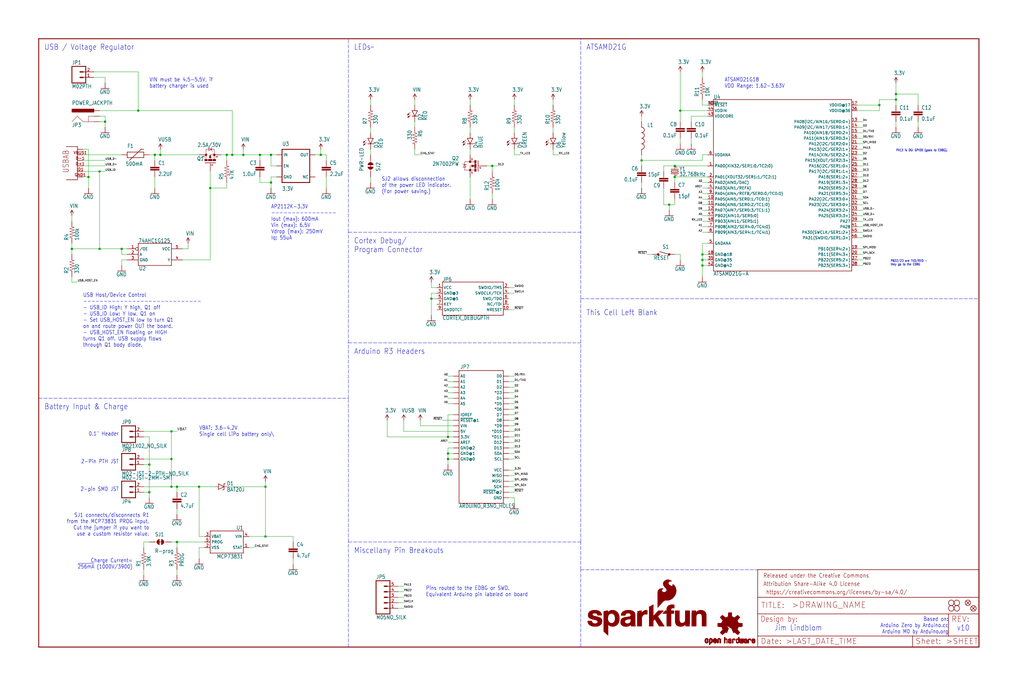
<source format=kicad_sch>
(kicad_sch (version 20211123) (generator eeschema)
  (paper "User" 470.306 317.906)
  (lib_symbols
    (symbol "eagleSchem-eagle-import:0.1UF-25V(+80{slash}-20%)(0603)"
      (property "Reference" "C" (at 1.524 2.921 0))
      (property "Value" "0.1UF-25V(+80{slash}-20%)(0603)" (at 1.524 -2.159 0))
      (symbol "0.1UF-25V(+80{slash}-20%)(0603)_1_0"
        (pin passive line (at 0 5.08 270) (length 2.54) (name "1") (number "1"))
        (pin passive line (at 0 -2.54 90) (length 2.54) (name "2") (number "2"))
      )
    )
    (symbol "eagleSchem-eagle-import:1.0UF-25V-+80{slash}-20(0805){dblquote}"
      (property "Reference" "C" (at 1.524 2.921 0))
      (property "Value" "1.0UF-25V-+80{slash}-20(0805){dblquote}" (at 1.524 -2.159 0))
      (symbol "1.0UF-25V-+80{slash}-20(0805){dblquote}_1_0"
        (pin passive line (at 0 5.08 270) (length 2.54) (name "1") (number "1"))
        (pin passive line (at 0 -2.54 90) (length 2.54) (name "2") (number "2"))
      )
    )
    (symbol "eagleSchem-eagle-import:100KOHM-1{slash}10W-1%(0603)"
      (property "Reference" "R" (at -3.81 1.4986 0))
      (property "Value" "100KOHM-1{slash}10W-1%(0603)" (at -3.81 -3.302 0))
      (symbol "100KOHM-1{slash}10W-1%(0603)_1_0"
        (pin passive line (at -5.08 0 0) (length 2.54) (name "1") (number "1"))
        (pin passive line (at 5.08 0 180) (length 2.54) (name "2") (number "2"))
      )
    )
    (symbol "eagleSchem-eagle-import:10KOHM-1{slash}10W-1%(0603)0603"
      (property "Reference" "R" (at -3.81 1.4986 0))
      (property "Value" "10KOHM-1{slash}10W-1%(0603)0603" (at -3.81 -3.302 0))
      (symbol "10KOHM-1{slash}10W-1%(0603)0603_1_0"
        (pin passive line (at -5.08 0 0) (length 2.54) (name "1") (number "1"))
        (pin passive line (at 5.08 0 180) (length 2.54) (name "2") (number "2"))
      )
    )
    (symbol "eagleSchem-eagle-import:15PF-50V-5%(0603)"
      (property "Reference" "C" (at 1.524 2.921 0))
      (property "Value" "15PF-50V-5%(0603)" (at 1.524 -2.159 0))
      (symbol "15PF-50V-5%(0603)_1_0"
        (pin passive line (at 0 5.08 270) (length 2.54) (name "1") (number "1"))
        (pin passive line (at 0 -2.54 90) (length 2.54) (name "2") (number "2"))
      )
    )
    (symbol "eagleSchem-eagle-import:2.2UF-10V-20%(0603)"
      (property "Reference" "C" (at 1.524 2.921 0))
      (property "Value" "2.2UF-10V-20%(0603)" (at 1.524 -2.159 0))
      (symbol "2.2UF-10V-20%(0603)_1_0"
        (pin passive line (at 0 5.08 270) (length 2.54) (name "1") (number "1"))
        (pin passive line (at 0 -2.54 90) (length 2.54) (name "2") (number "2"))
      )
    )
    (symbol "eagleSchem-eagle-import:2.2UF50V10%(1206)"
      (property "Reference" "C" (at 1.524 2.921 0))
      (property "Value" "2.2UF50V10%(1206)" (at 1.524 -2.159 0))
      (symbol "2.2UF50V10%(1206)_1_0"
        (pin passive line (at 0 5.08 270) (length 2.54) (name "1") (number "1"))
        (pin passive line (at 0 -2.54 90) (length 2.54) (name "2") (number "2"))
      )
    )
    (symbol "eagleSchem-eagle-import:3.3V" (power)
      (property "Value" "3.3V" (at -1.016 3.556 0))
      (symbol "3.3V_1_0"
        (pin power_in line (at 0 0 90) (length 2.54) (name "3.3V") (number "1"))
      )
    )
    (symbol "eagleSchem-eagle-import:3.9KOHM1{slash}10W1%(0603)"
      (property "Reference" "R" (at -3.81 1.4986 0))
      (property "Value" "3.9KOHM1{slash}10W1%(0603)" (at -3.81 -3.302 0))
      (symbol "3.9KOHM1{slash}10W1%(0603)_1_0"
        (pin passive line (at -5.08 0 0) (length 2.54) (name "1") (number "1"))
        (pin passive line (at 5.08 0 180) (length 2.54) (name "2") (number "2"))
      )
    )
    (symbol "eagleSchem-eagle-import:330OHM1{slash}10W1%(0603)"
      (property "Reference" "R" (at -3.81 1.4986 0))
      (property "Value" "330OHM1{slash}10W1%(0603)" (at -3.81 -3.302 0))
      (symbol "330OHM1{slash}10W1%(0603)_1_0"
        (pin passive line (at -5.08 0 0) (length 2.54) (name "1") (number "1"))
        (pin passive line (at 5.08 0 180) (length 2.54) (name "2") (number "2"))
      )
    )
    (symbol "eagleSchem-eagle-import:4.7UF-6.3V-10%(0603)0603"
      (property "Reference" "C" (at 1.524 2.921 0))
      (property "Value" "4.7UF-6.3V-10%(0603)0603" (at 1.524 -2.159 0))
      (symbol "4.7UF-6.3V-10%(0603)0603_1_0"
        (pin passive line (at 0 5.08 270) (length 2.54) (name "1") (number "1"))
        (pin passive line (at 0 -2.54 90) (length 2.54) (name "2") (number "2"))
      )
    )
    (symbol "eagleSchem-eagle-import:47KOHM1{slash}10W1%(0603)"
      (property "Reference" "R" (at -3.81 1.4986 0))
      (property "Value" "47KOHM1{slash}10W1%(0603)" (at -3.81 -3.302 0))
      (symbol "47KOHM1{slash}10W1%(0603)_1_0"
        (pin passive line (at -5.08 0 0) (length 2.54) (name "1") (number "1"))
        (pin passive line (at 5.08 0 180) (length 2.54) (name "2") (number "2"))
      )
    )
    (symbol "eagleSchem-eagle-import:74AHC1G125"
      (property "Reference" "U" (at -7.366 -7.366 0))
      (property "Value" "74AHC1G125" (at -7.62 5.334 0))
      (symbol "74AHC1G125_1_0"
        (pin bidirectional inverted (at -12.7 2.54 0) (length 5.08) (name "/OE") (number "1"))
        (pin bidirectional line (at -12.7 0 0) (length 5.08) (name "A") (number "2"))
        (pin bidirectional line (at -12.7 -2.54 0) (length 5.08) (name "GND") (number "3"))
        (pin bidirectional line (at 12.7 -2.54 180) (length 5.08) (name "Y") (number "4"))
        (pin bidirectional line (at 12.7 2.54 180) (length 5.08) (name "VCC") (number "5"))
      )
    )
    (symbol "eagleSchem-eagle-import:ARDUINO_R3NO_HOLES"
      (property "Reference" "JP" (at -9.652 26.162 0))
      (property "Value" "ARDUINO_R3NO_HOLES" (at -10.16 -35.814 0))
      (symbol "ARDUINO_R3NO_HOLES_1_0"
        (pin bidirectional line (at -12.7 -5.08 0) (length 2.54) (name "3.3V") (number "3.3V"))
        (pin bidirectional line (at -12.7 -2.54 0) (length 2.54) (name "5V") (number "5V"))
        (pin bidirectional line (at -12.7 22.86 0) (length 2.54) (name "A0") (number "A0"))
        (pin bidirectional line (at -12.7 20.32 0) (length 2.54) (name "A1") (number "A1"))
        (pin bidirectional line (at -12.7 17.78 0) (length 2.54) (name "A2") (number "A2"))
        (pin bidirectional line (at -12.7 15.24 0) (length 2.54) (name "A3") (number "A3"))
        (pin bidirectional line (at -12.7 12.7 0) (length 2.54) (name "A4") (number "A4"))
        (pin bidirectional line (at -12.7 10.16 0) (length 2.54) (name "A5") (number "A5"))
        (pin bidirectional line (at -12.7 -7.62 0) (length 2.54) (name "AREF") (number "AREF"))
        (pin bidirectional line (at 12.7 22.86 180) (length 2.54) (name "D0") (number "D0"))
        (pin bidirectional line (at 12.7 20.32 180) (length 2.54) (name "D1") (number "D1"))
        (pin bidirectional line (at 12.7 -2.54 180) (length 2.54) (name "*D10") (number "D10"))
        (pin bidirectional line (at 12.7 -5.08 180) (length 2.54) (name "*D11") (number "D11"))
        (pin bidirectional line (at 12.7 -7.62 180) (length 2.54) (name "D12") (number "D12"))
        (pin bidirectional line (at 12.7 -10.16 180) (length 2.54) (name "D13") (number "D13"))
        (pin bidirectional line (at 12.7 17.78 180) (length 2.54) (name "D2") (number "D2"))
        (pin bidirectional line (at 12.7 15.24 180) (length 2.54) (name "*D3") (number "D3"))
        (pin bidirectional line (at 12.7 12.7 180) (length 2.54) (name "D4") (number "D4"))
        (pin bidirectional line (at 12.7 10.16 180) (length 2.54) (name "*D5") (number "D5"))
        (pin bidirectional line (at 12.7 7.62 180) (length 2.54) (name "*D6") (number "D6"))
        (pin bidirectional line (at 12.7 5.08 180) (length 2.54) (name "D7") (number "D7"))
        (pin bidirectional line (at 12.7 2.54 180) (length 2.54) (name "D8") (number "D8"))
        (pin bidirectional line (at 12.7 0 180) (length 2.54) (name "*D9") (number "D9"))
        (pin bidirectional line (at 12.7 -33.02 180) (length 2.54) (name "GND") (number "GND@1"))
        (pin bidirectional line (at -12.7 -15.24 0) (length 2.54) (name "GND@0") (number "GND@2"))
        (pin bidirectional line (at -12.7 -12.7 0) (length 2.54) (name "GND@1") (number "GND@3"))
        (pin bidirectional line (at -12.7 -10.16 0) (length 2.54) (name "GND@2") (number "GND@4"))
        (pin bidirectional line (at -12.7 5.08 0) (length 2.54) (name "IOREF") (number "IOREF"))
        (pin bidirectional line (at 12.7 -22.86 180) (length 2.54) (name "MISO") (number "MISO"))
        (pin bidirectional line (at 12.7 -25.4 180) (length 2.54) (name "MOSI") (number "MOSI"))
        (pin bidirectional line (at -12.7 2.54 0) (length 2.54) (name "~{RESET}@1") (number "RESET@1"))
        (pin bidirectional line (at 12.7 -30.48 180) (length 2.54) (name "~{RESET}@2") (number "RESET@2"))
        (pin bidirectional line (at 12.7 -27.94 180) (length 2.54) (name "SCK") (number "SCK"))
        (pin bidirectional line (at 12.7 -15.24 180) (length 2.54) (name "SCL") (number "SCL"))
        (pin bidirectional line (at 12.7 -12.7 180) (length 2.54) (name "SDA") (number "SDA"))
        (pin bidirectional line (at 12.7 -20.32 180) (length 2.54) (name "VCC") (number "VCC"))
        (pin bidirectional line (at -12.7 0 0) (length 2.54) (name "VIN") (number "VIN"))
      )
    )
    (symbol "eagleSchem-eagle-import:ATSAMD21G-A"
      (property "Reference" "U" (at -30.48 45.974 0))
      (property "Value" "ATSAMD21G-A" (at -30.48 -33.274 0))
      (symbol "ATSAMD21G-A_1_0"
        (pin bidirectional line (at -33.02 15.24 0) (length 2.54) (name "PA00(XIN32/SER1:0/TC2:0)") (number "1"))
        (pin bidirectional line (at -33.02 0 0) (length 2.54) (name "PA05(AIN5/SER0:1/TC0:1)") (number "10"))
        (pin bidirectional line (at -33.02 -2.54 0) (length 2.54) (name "PA06(AIN6/SER0:2/TC1:0)") (number "11"))
        (pin bidirectional line (at -33.02 -5.08 0) (length 2.54) (name "PA07(AIN7/SER0:3/TC1:1)") (number "12"))
        (pin bidirectional line (at 35.56 35.56 180) (length 2.54) (name "PA08(I2C/AIN16/SER0:0+)") (number "13"))
        (pin bidirectional line (at 35.56 33.02 180) (length 2.54) (name "PA09(I2C/AIN17/SER0:1+)") (number "14"))
        (pin bidirectional line (at 35.56 30.48 180) (length 2.54) (name "PA10(AIN18/SER0:2+)") (number "15"))
        (pin bidirectional line (at 35.56 27.94 180) (length 2.54) (name "PA11(AIN19/SER0:3+)") (number "16"))
        (pin bidirectional line (at 35.56 43.18 180) (length 2.54) (name "VDDIO@17") (number "17"))
        (pin bidirectional line (at -33.02 -25.4 0) (length 2.54) (name "GND@18") (number "18"))
        (pin bidirectional line (at 35.56 -22.86 180) (length 2.54) (name "PB10(SER4:2+)") (number "19"))
        (pin bidirectional line (at -33.02 10.16 0) (length 2.54) (name "PA01(XOUT32/SER1:1/TC2:1)") (number "2"))
        (pin bidirectional line (at 35.56 -25.4 180) (length 2.54) (name "PB11(SER4:3+)") (number "20"))
        (pin bidirectional line (at 35.56 25.4 180) (length 2.54) (name "PA12(I2C/SER2:0+)") (number "21"))
        (pin bidirectional line (at 35.56 22.86 180) (length 2.54) (name "PA13(I2C/SER2:1+)") (number "22"))
        (pin bidirectional line (at 35.56 20.32 180) (length 2.54) (name "PA14(XIN/SER2:2+)") (number "23"))
        (pin bidirectional line (at 35.56 17.78 180) (length 2.54) (name "PA15(XOUT/SER2:3+)") (number "24"))
        (pin bidirectional line (at 35.56 15.24 180) (length 2.54) (name "PA16(I2C/SER1:0+)") (number "25"))
        (pin bidirectional line (at 35.56 12.7 180) (length 2.54) (name "PA17(I2C/SER1:1+)") (number "26"))
        (pin bidirectional line (at 35.56 10.16 180) (length 2.54) (name "PA18(SER1:2+)") (number "27"))
        (pin bidirectional line (at 35.56 7.62 180) (length 2.54) (name "PA19(SER1:3+)") (number "28"))
        (pin bidirectional line (at 35.56 5.08 180) (length 2.54) (name "PA20(SER5:2+)") (number "29"))
        (pin bidirectional line (at -33.02 7.62 0) (length 2.54) (name "PA02(AIN0/DAC)") (number "3"))
        (pin bidirectional line (at 35.56 2.54 180) (length 2.54) (name "PA21(SER5:3+)") (number "30"))
        (pin bidirectional line (at 35.56 0 180) (length 2.54) (name "PA22(I2C/SER3:0+)") (number "31"))
        (pin bidirectional line (at 35.56 -2.54 180) (length 2.54) (name "PA23(I2C/SER3:0+)") (number "32"))
        (pin bidirectional line (at 35.56 -5.08 180) (length 2.54) (name "PA24(SER3:2+)") (number "33"))
        (pin bidirectional line (at 35.56 -7.62 180) (length 2.54) (name "PA25(SER3:3+)") (number "34"))
        (pin bidirectional line (at -33.02 -27.94 0) (length 2.54) (name "GND@35") (number "35"))
        (pin bidirectional line (at 35.56 40.64 180) (length 2.54) (name "VDDIO@36") (number "36"))
        (pin bidirectional line (at 35.56 -27.94 180) (length 2.54) (name "PB22(SER5:2+)") (number "37"))
        (pin bidirectional line (at 35.56 -30.48 180) (length 2.54) (name "PB23(SER5:3+)") (number "38"))
        (pin bidirectional line (at 35.56 -10.16 180) (length 2.54) (name "PA27") (number "39"))
        (pin bidirectional line (at -33.02 5.08 0) (length 2.54) (name "PA03(AIN1/REFA)") (number "4"))
        (pin bidirectional line (at -33.02 43.18 0) (length 2.54) (name "~{RESET}") (number "40"))
        (pin bidirectional line (at 35.56 -12.7 180) (length 2.54) (name "PA28") (number "41"))
        (pin bidirectional line (at -33.02 -30.48 0) (length 2.54) (name "GND@42") (number "42"))
        (pin bidirectional line (at -33.02 38.1 0) (length 2.54) (name "VDDCORE") (number "43"))
        (pin bidirectional line (at -33.02 40.64 0) (length 2.54) (name "VDDIN") (number "44"))
        (pin bidirectional line (at 35.56 -15.24 180) (length 2.54) (name "PA30(SWCLK/SER1:2+)") (number "45"))
        (pin bidirectional line (at 35.56 -17.78 180) (length 2.54) (name "PA31(SWDIO/SER1:3+)") (number "46"))
        (pin bidirectional line (at -33.02 -7.62 0) (length 2.54) (name "PB02(AIN10/SER5:0)") (number "47"))
        (pin bidirectional line (at -33.02 -10.16 0) (length 2.54) (name "PB03(AIN11/SER5:1)") (number "48"))
        (pin bidirectional line (at -33.02 -20.32 0) (length 2.54) (name "GNDANA") (number "5"))
        (pin bidirectional line (at -33.02 20.32 0) (length 2.54) (name "VDDANA") (number "6"))
        (pin bidirectional line (at -33.02 -12.7 0) (length 2.54) (name "PB08(AIN2/SER4:0/TC4:0)") (number "7"))
        (pin bidirectional line (at -33.02 -15.24 0) (length 2.54) (name "PB09(AIN3/SER4:1/TC4:1)") (number "8"))
        (pin bidirectional line (at -33.02 2.54 0) (length 2.54) (name "PA04(AIN4/REFB/SER0:0/TC0:0)") (number "9"))
      )
    )
    (symbol "eagleSchem-eagle-import:CORTEX_DEBUGPTH"
      (property "Reference" "JP" (at -12.7 7.874 0))
      (property "Value" "CORTEX_DEBUGPTH" (at -12.7 -7.874 0))
      (symbol "CORTEX_DEBUGPTH_1_0"
        (pin bidirectional line (at -15.24 5.08 0) (length 2.54) (name "VCC") (number "1"))
        (pin bidirectional line (at 17.78 -5.08 180) (length 2.54) (name "NRESET") (number "10"))
        (pin bidirectional line (at 17.78 5.08 180) (length 2.54) (name "SWDIO/TMS") (number "2"))
        (pin bidirectional line (at -15.24 2.54 0) (length 2.54) (name "GND@3") (number "3"))
        (pin bidirectional line (at 17.78 2.54 180) (length 2.54) (name "SWDCLK/TCK") (number "4"))
        (pin bidirectional line (at -15.24 0 0) (length 2.54) (name "GND@5") (number "5"))
        (pin bidirectional line (at 17.78 0 180) (length 2.54) (name "SWO/TDO") (number "6"))
        (pin bidirectional line (at -15.24 -2.54 0) (length 2.54) (name "KEY") (number "7"))
        (pin bidirectional line (at 17.78 -2.54 180) (length 2.54) (name "NC/TDI") (number "8"))
        (pin bidirectional line (at -15.24 -5.08 0) (length 2.54) (name "GNDDTCT") (number "9"))
      )
    )
    (symbol "eagleSchem-eagle-import:CRYSTAL3.2X1.5MM"
      (property "Reference" "Y" (at 2.54 1.016 0))
      (property "Value" "CRYSTAL3.2X1.5MM" (at 2.54 -2.54 0))
      (symbol "CRYSTAL3.2X1.5MM_1_0"
        (text "1" (at -2.159 -1.143 0) (effects (font (size 0.8636 0.734)) (justify left bottom)))
        (text "2" (at 1.524 -1.143 0) (effects (font (size 0.8636 0.734)) (justify left bottom)))
        (pin passive line (at -2.54 0 0) (length 0) (name "1") (number "P$1"))
        (pin passive line (at 2.54 0 180) (length 0) (name "2") (number "P$2"))
      )
    )
    (symbol "eagleSchem-eagle-import:DIODE-SCHOTTKY-BAT20J"
      (property "Reference" "D" (at 2.54 0.4826 0))
      (property "Value" "DIODE-SCHOTTKY-BAT20J" (at 2.54 -2.3114 0))
      (symbol "DIODE-SCHOTTKY-BAT20J_1_0"
        (pin passive line (at -2.54 0 0) (length 0) (name "A") (number "A"))
        (pin passive line (at 2.54 0 180) (length 0) (name "C") (number "C"))
      )
    )
    (symbol "eagleSchem-eagle-import:FIDUCIAL1X2")
    (symbol "eagleSchem-eagle-import:FRAME-LEDGER"
      (symbol "FRAME-LEDGER_2_0"
        (text " https://creativecommons.org/licenses/by-sa/4.0/" (at 2.54 24.13 0) (effects (font (size 1.9304 1.6408)) (justify left bottom)))
        (text ">DRAWING_NAME" (at 15.494 17.78 0) (effects (font (size 2.7432 2.7432)) (justify left bottom)))
        (text ">LAST_DATE_TIME" (at 12.7 1.27 0) (effects (font (size 2.54 2.54)) (justify left bottom)))
        (text ">SHEET" (at 86.36 1.27 0) (effects (font (size 2.54 2.54)) (justify left bottom)))
        (text "Attribution Share-Alike 4.0 License" (at 2.54 27.94 0) (effects (font (size 1.9304 1.6408)) (justify left bottom)))
        (text "Date:" (at 1.27 1.27 0) (effects (font (size 2.54 2.54)) (justify left bottom)))
        (text "Design by:" (at 1.27 11.43 0) (effects (font (size 2.54 2.159)) (justify left bottom)))
        (text "Released under the Creative Commons" (at 2.54 31.75 0) (effects (font (size 1.9304 1.6408)) (justify left bottom)))
        (text "REV:" (at 88.9 11.43 0) (effects (font (size 2.54 2.54)) (justify left bottom)))
        (text "Sheet:" (at 72.39 1.27 0) (effects (font (size 2.54 2.54)) (justify left bottom)))
        (text "TITLE:" (at 1.524 17.78 0) (effects (font (size 2.54 2.54)) (justify left bottom)))
      )
    )
    (symbol "eagleSchem-eagle-import:GND" (power)
      (property "Value" "GND" (at -2.54 -2.54 0))
      (symbol "GND_1_0"
        (pin power_in line (at 0 2.54 270) (length 2.54) (name "GND") (number "1"))
      )
    )
    (symbol "eagleSchem-eagle-import:INDUCTOR0603"
      (property "Reference" "L" (at 2.54 5.08 0))
      (property "Value" "INDUCTOR0603" (at 2.54 -5.08 0))
      (symbol "INDUCTOR0603_1_0"
        (pin passive line (at 0 7.62 270) (length 2.54) (name "1") (number "1"))
        (pin passive line (at 0 -7.62 90) (length 2.54) (name "2") (number "2"))
      )
    )
    (symbol "eagleSchem-eagle-import:JUMPER-PAD-2-NC_BY_TRACE"
      (property "Reference" "SJ" (at -2.54 2.54 0))
      (property "Value" "JUMPER-PAD-2-NC_BY_TRACE" (at -2.54 -5.08 0))
      (symbol "JUMPER-PAD-2-NC_BY_TRACE_1_0"
        (pin passive line (at -5.08 0 0) (length 2.54) (name "1") (number "1"))
        (pin passive line (at 5.08 0 180) (length 2.54) (name "2") (number "2"))
      )
    )
    (symbol "eagleSchem-eagle-import:JUMPER-PAD-2-NC_BY_TRACENO_SILK"
      (property "Reference" "SJ" (at -2.54 2.54 0))
      (property "Value" "JUMPER-PAD-2-NC_BY_TRACENO_SILK" (at -2.54 -5.08 0))
      (symbol "JUMPER-PAD-2-NC_BY_TRACENO_SILK_1_0"
        (pin passive line (at -5.08 0 0) (length 2.54) (name "1") (number "1"))
        (pin passive line (at 5.08 0 180) (length 2.54) (name "2") (number "2"))
      )
    )
    (symbol "eagleSchem-eagle-import:LED-BLUE0603"
      (property "Reference" "D" (at 3.556 -4.572 90))
      (property "Value" "LED-BLUE0603" (at 5.715 -4.572 90))
      (symbol "LED-BLUE0603_1_0"
        (pin passive line (at 0 2.54 270) (length 2.54) (name "A") (number "A"))
        (pin passive line (at 0 -5.08 90) (length 2.54) (name "C") (number "C"))
      )
    )
    (symbol "eagleSchem-eagle-import:LED-GREEN0603"
      (property "Reference" "D" (at 3.556 -4.572 90))
      (property "Value" "LED-GREEN0603" (at 5.715 -4.572 90))
      (symbol "LED-GREEN0603_1_0"
        (pin passive line (at 0 2.54 270) (length 2.54) (name "A") (number "A"))
        (pin passive line (at 0 -5.08 90) (length 2.54) (name "C") (number "C"))
      )
    )
    (symbol "eagleSchem-eagle-import:LED-RED0603"
      (property "Reference" "D" (at 3.556 -4.572 90))
      (property "Value" "LED-RED0603" (at 5.715 -4.572 90))
      (symbol "LED-RED0603_1_0"
        (pin passive line (at 0 2.54 270) (length 2.54) (name "A") (number "A"))
        (pin passive line (at 0 -5.08 90) (length 2.54) (name "C") (number "C"))
      )
    )
    (symbol "eagleSchem-eagle-import:LED-YELLOW0603"
      (property "Reference" "D" (at 3.556 -4.572 90))
      (property "Value" "LED-YELLOW0603" (at 5.715 -4.572 90))
      (symbol "LED-YELLOW0603_1_0"
        (pin passive line (at 0 2.54 270) (length 2.54) (name "A") (number "A"))
        (pin passive line (at 0 -5.08 90) (length 2.54) (name "C") (number "C"))
      )
    )
    (symbol "eagleSchem-eagle-import:M02-JST-2-PTH-NO_SILK"
      (property "Reference" "JP" (at -2.54 5.842 0))
      (property "Value" "M02-JST-2-PTH-NO_SILK" (at -2.54 -5.08 0))
      (symbol "M02-JST-2-PTH-NO_SILK_1_0"
        (pin passive line (at 7.62 0 180) (length 5.08) (name "1") (number "1"))
        (pin passive line (at 7.62 2.54 180) (length 5.08) (name "2") (number "2"))
      )
    )
    (symbol "eagleSchem-eagle-import:M02-JST-2MM-SMT"
      (property "Reference" "JP" (at -2.54 5.842 0))
      (property "Value" "M02-JST-2MM-SMT" (at -2.54 -5.08 0))
      (symbol "M02-JST-2MM-SMT_1_0"
        (pin passive line (at 7.62 2.54 180) (length 5.08) (name "2") (number "1"))
        (pin passive line (at 7.62 0 180) (length 5.08) (name "1") (number "2"))
      )
    )
    (symbol "eagleSchem-eagle-import:M021X02_NO_SILK"
      (property "Reference" "JP" (at -2.54 5.842 0))
      (property "Value" "M021X02_NO_SILK" (at -2.54 -5.08 0))
      (symbol "M021X02_NO_SILK_1_0"
        (pin passive line (at 7.62 0 180) (length 5.08) (name "1") (number "1"))
        (pin passive line (at 7.62 2.54 180) (length 5.08) (name "2") (number "2"))
      )
    )
    (symbol "eagleSchem-eagle-import:M02PTH"
      (property "Reference" "JP" (at -2.54 5.842 0))
      (property "Value" "M02PTH" (at -2.54 -5.08 0))
      (symbol "M02PTH_1_0"
        (pin passive line (at 7.62 0 180) (length 5.08) (name "1") (number "1"))
        (pin passive line (at 7.62 2.54 180) (length 5.08) (name "2") (number "2"))
      )
    )
    (symbol "eagleSchem-eagle-import:M05NO_SILK"
      (property "Reference" "JP" (at -2.54 8.382 0))
      (property "Value" "M05NO_SILK" (at -2.54 -10.16 0))
      (symbol "M05NO_SILK_1_0"
        (pin passive line (at 7.62 -5.08 180) (length 5.08) (name "1") (number "1"))
        (pin passive line (at 7.62 -2.54 180) (length 5.08) (name "2") (number "2"))
        (pin passive line (at 7.62 0 180) (length 5.08) (name "3") (number "3"))
        (pin passive line (at 7.62 2.54 180) (length 5.08) (name "4") (number "4"))
        (pin passive line (at 7.62 5.08 180) (length 5.08) (name "5") (number "5"))
      )
    )
    (symbol "eagleSchem-eagle-import:MCP73831"
      (property "Reference" "U" (at -7.62 5.588 0))
      (property "Value" "MCP73831" (at -7.62 -7.62 0))
      (symbol "MCP73831_1_0"
        (pin output line (at -10.16 -2.54 0) (length 2.54) (name "STAT") (number "1"))
        (pin power_in line (at 10.16 -2.54 180) (length 2.54) (name "VSS") (number "2"))
        (pin power_in line (at 10.16 2.54 180) (length 2.54) (name "VBAT") (number "3"))
        (pin power_in line (at -10.16 2.54 0) (length 2.54) (name "VIN") (number "4"))
        (pin input line (at 10.16 0 180) (length 2.54) (name "PROG") (number "5"))
      )
    )
    (symbol "eagleSchem-eagle-import:MOSFET-NCHANNEL2N7002PW"
      (property "Reference" "Q" (at 5.08 2.54 0))
      (property "Value" "MOSFET-NCHANNEL2N7002PW" (at 5.08 0 0))
      (symbol "MOSFET-NCHANNEL2N7002PW_1_0"
        (text "D" (at -1.27 2.54 0) (effects (font (size 0.8128 0.6908)) (justify left bottom)))
        (text "G" (at -5.08 -1.27 0) (effects (font (size 0.8128 0.6908)) (justify left bottom)))
        (text "S" (at -1.27 -3.556 0) (effects (font (size 0.8128 0.6908)) (justify left bottom)))
        (pin passive line (at -7.62 0 0) (length 2.54) (name "G") (number "1"))
        (pin passive line (at 0 -5.08 90) (length 2.54) (name "S") (number "2"))
        (pin passive line (at 0 5.08 270) (length 2.54) (name "D") (number "3"))
      )
    )
    (symbol "eagleSchem-eagle-import:MOSFET-PCHANNELDMG2307L"
      (property "Reference" "Q" (at 5.08 2.54 0))
      (property "Value" "MOSFET-PCHANNELDMG2307L" (at 5.08 0 0))
      (symbol "MOSFET-PCHANNELDMG2307L_1_0"
        (text "D" (at -1.27 2.54 0) (effects (font (size 0.8128 0.6908)) (justify left bottom)))
        (text "G" (at -5.08 -1.27 0) (effects (font (size 0.8128 0.6908)) (justify left bottom)))
        (text "S" (at -1.27 -3.556 0) (effects (font (size 0.8128 0.6908)) (justify left bottom)))
        (pin passive line (at -7.62 0 0) (length 2.54) (name "G") (number "1"))
        (pin passive line (at 0 -5.08 90) (length 2.54) (name "S") (number "2"))
        (pin passive line (at 0 5.08 270) (length 2.54) (name "D") (number "3"))
      )
    )
    (symbol "eagleSchem-eagle-import:OSHW-LOGOL")
    (symbol "eagleSchem-eagle-import:OSHW-LOGOS")
    (symbol "eagleSchem-eagle-import:POWER_JACKPTH"
      (property "Reference" "JP" (at -10.16 0 0))
      (property "Value" "POWER_JACKPTH" (at -10.16 10.16 0))
      (symbol "POWER_JACKPTH_1_0"
        (pin bidirectional line (at 2.54 2.54 180) (length 2.54) (name "GND") (number "GND"))
        (pin bidirectional line (at 2.54 5.08 180) (length 2.54) (name "GNDBREAK") (number "GNDBREAK"))
        (pin bidirectional line (at 2.54 7.62 180) (length 2.54) (name "PWR") (number "PWR"))
      )
    )
    (symbol "eagleSchem-eagle-import:PTCSMD"
      (property "Reference" "F" (at -2.54 3.048 0))
      (property "Value" "PTCSMD" (at -3.302 -5.08 0))
      (symbol "PTCSMD_1_0"
        (pin bidirectional line (at -5.08 0 0) (length 2.54) (name "1") (number "1"))
        (pin bidirectional line (at 7.62 0 180) (length 2.54) (name "2") (number "2"))
      )
    )
    (symbol "eagleSchem-eagle-import:RESISTORPTH-1{slash}6W"
      (property "Reference" "R" (at -3.81 1.4986 0))
      (property "Value" "RESISTORPTH-1{slash}6W" (at -3.81 -3.302 0))
      (symbol "RESISTORPTH-1{slash}6W_1_0"
        (pin passive line (at -5.08 0 0) (length 2.54) (name "1") (number "1"))
        (pin passive line (at 5.08 0 180) (length 2.54) (name "2") (number "2"))
      )
    )
    (symbol "eagleSchem-eagle-import:SFE_LOGO_NAME_FLAME.2_INCH")
    (symbol "eagleSchem-eagle-import:SFE_LOGO_NAME_FLAME.4_INCH")
    (symbol "eagleSchem-eagle-import:STAND-OFF")
    (symbol "eagleSchem-eagle-import:SWITCH-MOMENTARY-2SMD"
      (property "Reference" "S" (at -2.54 2.54 0))
      (property "Value" "SWITCH-MOMENTARY-2SMD" (at -2.54 -2.54 0))
      (symbol "SWITCH-MOMENTARY-2SMD_1_0"
        (pin passive line (at -5.08 0 0) (length 2.54) (name "1") (number "1"))
        (pin passive line (at 5.08 0 180) (length 2.54) (name "2") (number "3"))
      )
    )
    (symbol "eagleSchem-eagle-import:USB-ABCONN-11794"
      (symbol "USB-ABCONN-11794_1_0"
        (text "USBAB" (at 1.27 -7.366 900) (effects (font (size 2.54 2.159)) (justify left bottom)))
        (pin bidirectional line (at -5.08 0 0) (length 2.54) (name "D+") (number "D+1"))
        (pin bidirectional line (at -5.08 -2.54 0) (length 2.54) (name "D-") (number "D-1"))
        (pin bidirectional line (at -5.08 5.08 0) (length 2.54) (name "GND") (number "GND1"))
        (pin bidirectional line (at -5.08 2.54 0) (length 2.54) (name "USBID") (number "ID1"))
        (pin bidirectional line (at -5.08 -7.62 0) (length 2.54) (name "SHIELD") (number "SHIELD1"))
        (pin bidirectional line (at -5.08 -7.62 0) (length 2.54) (name "SHIELD") (number "SHIELD2"))
        (pin bidirectional line (at -5.08 -7.62 0) (length 2.54) (name "SHIELD") (number "SHIELD3"))
        (pin bidirectional line (at -5.08 -5.08 0) (length 2.54) (name "VBUS") (number "VBUS1"))
      )
    )
    (symbol "eagleSchem-eagle-import:VIN" (power)
      (property "Value" "VIN" (at -1.016 3.556 0))
      (symbol "VIN_1_0"
        (pin power_in line (at 0 0 90) (length 2.54) (name "VIN") (number "1"))
      )
    )
    (symbol "eagleSchem-eagle-import:VUSB" (power)
      (property "Value" "VUSB" (at -1.016 3.556 0))
      (symbol "VUSB_1_0"
        (pin power_in line (at 0 0 90) (length 2.54) (name "VUSB") (number "1"))
      )
    )
    (symbol "eagleSchem-eagle-import:V_REG_AP2112K-3.3V"
      (property "Reference" "U" (at -7.62 9.144 0))
      (property "Value" "V_REG_AP2112K-3.3V" (at -7.62 -11.43 0))
      (symbol "V_REG_AP2112K-3.3V_1_0"
        (pin input line (at -10.16 5.08 0) (length 2.54) (name "IN") (number "1"))
        (pin input line (at -10.16 -5.08 0) (length 2.54) (name "GND") (number "2"))
        (pin input line (at -10.16 0 0) (length 2.54) (name "EN") (number "3"))
        (pin input line (at 7.62 -5.08 180) (length 2.54) (name "NC") (number "4"))
        (pin passive line (at 7.62 5.08 180) (length 2.54) (name "OUT") (number "5"))
      )
    )
  )
  (junction (at 322.58 116.84))
  (junction (at 205.74 208.28))
  (junction (at 147.32 71.12))
  (junction (at 55.88 114.3))
  (junction (at 119.38 71.12))
  (junction (at 198.12 137.16))
  (junction (at 71.12 71.12))
  (junction (at 205.74 200.66))
  (junction (at 309.88 81.28))
  (junction (at 78.74 198.12))
  (junction (at 307.34 93.98))
  (junction (at 78.74 210.82))
  (junction (at 45.72 114.3))
  (junction (at 124.46 83.82))
  (junction (at 121.92 223.52))
  (junction (at 226.06 76.2))
  (junction (at 121.92 246.38))
  (junction (at 403.86 48.26))
  (junction (at 294.64 73.66))
  (junction (at 68.58 213.36))
  (junction (at 106.68 71.12))
  (junction (at 73.66 71.12))
  (junction (at 91.44 223.52))
  (junction (at 63.5 50.8))
  (junction (at 322.58 119.38))
  (junction (at 68.58 226.06))
  (junction (at 322.58 121.92))
  (junction (at 309.88 76.2))
  (junction (at 411.48 43.18))
  (junction (at 45.72 78.74))
  (junction (at 111.76 71.12))
  (junction (at 81.28 223.52))
  (junction (at 40.64 81.28))
  (junction (at 205.74 210.82))
  (junction (at 48.26 55.88))
  (junction (at 312.42 50.8))
  (junction (at 96.52 86.36))
  (junction (at 78.74 223.52))
  (junction (at 411.48 45.72))
  (junction (at 104.14 71.12))
  (junction (at 33.02 114.3))
  (junction (at 81.28 248.92))
  (junction (at 124.46 71.12))
  (wire (pts (xy 233.68 200.66) (xy 236.22 200.66)))
  (wire (pts (xy 393.7 58.42) (xy 396.24 58.42)))
  (wire (pts (xy 208.28 195.58) (xy 193.04 195.58)))
  (wire (pts (xy 40.64 81.28) (xy 40.64 86.36)))
  (wire (pts (xy 325.12 104.14) (xy 322.58 104.14)))
  (wire (pts (xy 309.88 93.98) (xy 307.34 93.98)))
  (wire (pts (xy 393.7 73.66) (xy 396.24 73.66)))
  (wire (pts (xy 325.12 116.84) (xy 322.58 116.84)))
  (wire (pts (xy 294.64 55.88) (xy 294.64 53.34)))
  (wire (pts (xy 55.88 71.12) (xy 38.1 71.12)))
  (wire (pts (xy 325.12 86.36) (xy 322.58 86.36)))
  (wire (pts (xy 312.42 116.84) (xy 312.42 119.38)))
  (wire (pts (xy 208.28 205.74) (xy 205.74 205.74)))
  (wire (pts (xy 114.3 246.38) (xy 121.92 246.38)))
  (wire (pts (xy 233.68 175.26) (xy 236.22 175.26)))
  (wire (pts (xy 233.68 210.82) (xy 236.22 210.82)))
  (wire (pts (xy 325.12 101.6) (xy 322.58 101.6)))
  (wire (pts (xy 307.34 93.98) (xy 307.34 96.52)))
  (wire (pts (xy 73.66 71.12) (xy 91.44 71.12)))
  (wire (pts (xy 144.78 71.12) (xy 147.32 71.12)))
  (wire (pts (xy 294.64 76.2) (xy 294.64 73.66)))
  (wire (pts (xy 233.68 215.9) (xy 236.22 215.9)))
  (wire (pts (xy 81.28 233.68) (xy 81.28 236.22)))
  (wire (pts (xy 45.72 53.34) (xy 48.26 53.34)))
  (wire (pts (xy 226.06 76.2) (xy 228.6 76.2)))
  (wire (pts (xy 198.12 134.62) (xy 198.12 137.16)))
  (wire (pts (xy 45.72 78.74) (xy 48.26 78.74)))
  (wire (pts (xy 198.12 132.08) (xy 198.12 129.54)))
  (wire (pts (xy 66.04 226.06) (xy 68.58 226.06)))
  (wire (pts (xy 40.64 68.58) (xy 40.64 81.28)))
  (wire (pts (xy 325.12 91.44) (xy 322.58 91.44)))
  (wire (pts (xy 208.28 175.26) (xy 205.74 175.26)))
  (wire (pts (xy 403.86 48.26) (xy 403.86 45.72)))
  (wire (pts (xy 45.72 50.8) (xy 63.5 50.8)))
  (wire (pts (xy 233.68 218.44) (xy 236.22 218.44)))
  (wire (pts (xy 322.58 111.76) (xy 322.58 116.84)))
  (wire (pts (xy 233.68 180.34) (xy 236.22 180.34)))
  (wire (pts (xy 91.44 251.46) (xy 91.44 256.54)))
  (wire (pts (xy 322.58 48.26) (xy 322.58 45.72)))
  (wire (pts (xy 119.38 71.12) (xy 124.46 71.12)))
  (wire (pts (xy 233.68 203.2) (xy 236.22 203.2)))
  (wire (pts (xy 393.7 86.36) (xy 396.24 86.36)))
  (wire (pts (xy 124.46 76.2) (xy 124.46 71.12)))
  (wire (pts (xy 205.74 213.36) (xy 205.74 210.82)))
  (wire (pts (xy 38.1 81.28) (xy 40.64 81.28)))
  (wire (pts (xy 312.42 50.8) (xy 312.42 55.88)))
  (wire (pts (xy 403.86 50.8) (xy 403.86 48.26)))
  (wire (pts (xy 45.72 114.3) (xy 45.72 78.74)))
  (wire (pts (xy 233.68 190.5) (xy 236.22 190.5)))
  (wire (pts (xy 101.6 71.12) (xy 104.14 71.12)))
  (wire (pts (xy 134.62 259.08) (xy 134.62 256.54)))
  (wire (pts (xy 114.3 251.46) (xy 116.84 251.46)))
  (wire (pts (xy 325.12 50.8) (xy 312.42 50.8)))
  (wire (pts (xy 55.88 119.38) (xy 55.88 121.92)))
  (wire (pts (xy 233.68 193.04) (xy 236.22 193.04)))
  (wire (pts (xy 81.28 264.16) (xy 81.28 261.62)))
  (wire (pts (xy 325.12 111.76) (xy 322.58 111.76)))
  (wire (pts (xy 233.68 220.98) (xy 236.22 220.98)))
  (wire (pts (xy 96.52 86.36) (xy 96.52 78.74)))
  (wire (pts (xy 233.68 132.08) (xy 236.22 132.08)))
  (wire (pts (xy 233.68 228.6) (xy 236.22 228.6)))
  (polyline (pts (xy 160.02 182.88) (xy 160.02 157.48)))
  (wire (pts (xy 236.22 45.72) (xy 236.22 48.26)))
  (polyline (pts (xy 160.02 106.68) (xy 160.02 17.78)))
  (wire (pts (xy 208.28 200.66) (xy 205.74 200.66)))
  (wire (pts (xy 309.88 91.44) (xy 309.88 93.98)))
  (wire (pts (xy 299.72 116.84) (xy 297.18 116.84)))
  (wire (pts (xy 45.72 114.3) (xy 33.02 114.3)))
  (wire (pts (xy 104.14 86.36) (xy 96.52 86.36)))
  (wire (pts (xy 170.18 81.28) (xy 170.18 83.82)))
  (polyline (pts (xy 266.7 137.16) (xy 449.58 137.16)))
  (wire (pts (xy 66.04 264.16) (xy 66.04 261.62)))
  (wire (pts (xy 104.14 71.12) (xy 104.14 73.66)))
  (wire (pts (xy 325.12 119.38) (xy 322.58 119.38)))
  (wire (pts (xy 190.5 48.26) (xy 190.5 45.72)))
  (wire (pts (xy 68.58 213.36) (xy 68.58 226.06)))
  (wire (pts (xy 317.5 63.5) (xy 317.5 66.04)))
  (wire (pts (xy 124.46 71.12) (xy 127 71.12)))
  (wire (pts (xy 182.88 279.4) (xy 185.42 279.4)))
  (wire (pts (xy 236.22 58.42) (xy 236.22 60.96)))
  (wire (pts (xy 325.12 53.34) (xy 317.5 53.34)))
  (wire (pts (xy 325.12 96.52) (xy 322.58 96.52)))
  (wire (pts (xy 208.28 198.12) (xy 185.42 198.12)))
  (wire (pts (xy 304.8 76.2) (xy 304.8 78.74)))
  (wire (pts (xy 38.1 76.2) (xy 48.26 76.2)))
  (wire (pts (xy 106.68 50.8) (xy 106.68 71.12)))
  (wire (pts (xy 38.1 68.58) (xy 40.64 68.58)))
  (polyline (pts (xy 160.02 106.68) (xy 266.7 106.68)))
  (wire (pts (xy 68.58 71.12) (xy 71.12 71.12)))
  (wire (pts (xy 121.92 220.98) (xy 121.92 223.52)))
  (wire (pts (xy 233.68 195.58) (xy 236.22 195.58)))
  (wire (pts (xy 226.06 91.44) (xy 226.06 88.9)))
  (wire (pts (xy 121.92 246.38) (xy 134.62 246.38)))
  (wire (pts (xy 325.12 83.82) (xy 322.58 83.82)))
  (wire (pts (xy 93.98 251.46) (xy 91.44 251.46)))
  (wire (pts (xy 33.02 127) (xy 33.02 129.54)))
  (wire (pts (xy 127 76.2) (xy 124.46 76.2)))
  (wire (pts (xy 48.26 53.34) (xy 48.26 55.88)))
  (wire (pts (xy 81.28 223.52) (xy 91.44 223.52)))
  (wire (pts (xy 111.76 71.12) (xy 119.38 71.12)))
  (wire (pts (xy 325.12 106.68) (xy 322.58 106.68)))
  (wire (pts (xy 411.48 43.18) (xy 421.64 43.18)))
  (wire (pts (xy 71.12 71.12) (xy 73.66 71.12)))
  (wire (pts (xy 149.86 71.12) (xy 149.86 73.66)))
  (polyline (pts (xy 266.7 137.16) (xy 266.7 17.78)))
  (wire (pts (xy 208.28 190.5) (xy 205.74 190.5)))
  (wire (pts (xy 104.14 223.52) (xy 121.92 223.52)))
  (wire (pts (xy 177.8 200.66) (xy 177.8 193.04)))
  (wire (pts (xy 393.7 121.92) (xy 396.24 121.92)))
  (wire (pts (xy 294.64 73.66) (xy 294.64 71.12)))
  (wire (pts (xy 48.26 35.56) (xy 48.26 38.1)))
  (wire (pts (xy 236.22 228.6) (xy 236.22 231.14)))
  (wire (pts (xy 66.04 213.36) (xy 68.58 213.36)))
  (wire (pts (xy 205.74 208.28) (xy 205.74 205.74)))
  (wire (pts (xy 233.68 223.52) (xy 236.22 223.52)))
  (wire (pts (xy 325.12 48.26) (xy 322.58 48.26)))
  (wire (pts (xy 309.88 76.2) (xy 304.8 76.2)))
  (wire (pts (xy 33.02 129.54) (xy 35.56 129.54)))
  (wire (pts (xy 393.7 93.98) (xy 396.24 93.98)))
  (wire (pts (xy 254 71.12) (xy 256.54 71.12)))
  (wire (pts (xy 233.68 142.24) (xy 236.22 142.24)))
  (wire (pts (xy 200.66 137.16) (xy 198.12 137.16)))
  (wire (pts (xy 63.5 50.8) (xy 106.68 50.8)))
  (wire (pts (xy 170.18 58.42) (xy 170.18 60.96)))
  (wire (pts (xy 104.14 83.82) (xy 104.14 86.36)))
  (wire (pts (xy 421.64 58.42) (xy 421.64 55.88)))
  (wire (pts (xy 226.06 78.74) (xy 226.06 76.2)))
  (wire (pts (xy 149.86 86.36) (xy 149.86 81.28)))
  (wire (pts (xy 254 58.42) (xy 254 60.96)))
  (wire (pts (xy 71.12 73.66) (xy 71.12 71.12)))
  (wire (pts (xy 182.88 276.86) (xy 185.42 276.86)))
  (wire (pts (xy 325.12 88.9) (xy 322.58 88.9)))
  (wire (pts (xy 233.68 187.96) (xy 236.22 187.96)))
  (wire (pts (xy 393.7 55.88) (xy 396.24 55.88)))
  (wire (pts (xy 78.74 223.52) (xy 81.28 223.52)))
  (wire (pts (xy 33.02 114.3) (xy 33.02 116.84)))
  (wire (pts (xy 182.88 269.24) (xy 185.42 269.24)))
  (wire (pts (xy 411.48 45.72) (xy 411.48 43.18)))
  (wire (pts (xy 208.28 210.82) (xy 205.74 210.82)))
  (wire (pts (xy 190.5 58.42) (xy 190.5 55.88)))
  (wire (pts (xy 233.68 208.28) (xy 236.22 208.28)))
  (wire (pts (xy 325.12 121.92) (xy 322.58 121.92)))
  (wire (pts (xy 393.7 101.6) (xy 396.24 101.6)))
  (wire (pts (xy 66.04 248.92) (xy 66.04 251.46)))
  (wire (pts (xy 215.9 71.12) (xy 215.9 68.58)))
  (wire (pts (xy 83.82 119.38) (xy 96.52 119.38)))
  (wire (pts (xy 66.04 223.52) (xy 78.74 223.52)))
  (wire (pts (xy 215.9 45.72) (xy 215.9 48.26)))
  (wire (pts (xy 233.68 177.8) (xy 236.22 177.8)))
  (wire (pts (xy 205.74 200.66) (xy 177.8 200.66)))
  (wire (pts (xy 411.48 45.72) (xy 411.48 48.26)))
  (wire (pts (xy 119.38 81.28) (xy 119.38 83.82)))
  (wire (pts (xy 421.64 43.18) (xy 421.64 48.26)))
  (wire (pts (xy 147.32 71.12) (xy 147.32 68.58)))
  (wire (pts (xy 393.7 88.9) (xy 396.24 88.9)))
  (wire (pts (xy 182.88 271.78) (xy 185.42 271.78)))
  (wire (pts (xy 91.44 223.52) (xy 91.44 246.38)))
  (wire (pts (xy 78.74 248.92) (xy 81.28 248.92)))
  (wire (pts (xy 190.5 68.58) (xy 190.5 71.12)))
  (wire (pts (xy 91.44 246.38) (xy 93.98 246.38)))
  (wire (pts (xy 393.7 109.22) (xy 396.24 109.22)))
  (wire (pts (xy 309.88 81.28) (xy 325.12 81.28)))
  (wire (pts (xy 58.42 114.3) (xy 55.88 114.3)))
  (wire (pts (xy 393.7 68.58) (xy 396.24 68.58)))
  (wire (pts (xy 121.92 223.52) (xy 121.92 246.38)))
  (wire (pts (xy 236.22 68.58) (xy 236.22 71.12)))
  (wire (pts (xy 200.66 132.08) (xy 198.12 132.08)))
  (wire (pts (xy 393.7 48.26) (xy 403.86 48.26)))
  (wire (pts (xy 215.9 91.44) (xy 215.9 81.28)))
  (wire (pts (xy 208.28 172.72) (xy 205.74 172.72)))
  (wire (pts (xy 170.18 45.72) (xy 170.18 48.26)))
  (polyline (pts (xy 160.02 157.48) (xy 160.02 106.68)))
  (wire (pts (xy 312.42 50.8) (xy 312.42 33.02)))
  (polyline (pts (xy 160.02 248.92) (xy 160.02 182.88)))
  (wire (pts (xy 81.28 226.06) (xy 81.28 223.52)))
  (wire (pts (xy 393.7 60.96) (xy 396.24 60.96)))
  (wire (pts (xy 170.18 71.12) (xy 170.18 68.58)))
  (wire (pts (xy 81.28 248.92) (xy 93.98 248.92)))
  (polyline (pts (xy 160.02 248.92) (xy 266.7 248.92)))
  (wire (pts (xy 48.26 55.88) (xy 48.26 58.42)))
  (polyline (pts (xy 266.7 261.62) (xy 347.98 261.62)))
  (wire (pts (xy 208.28 185.42) (xy 205.74 185.42)))
  (wire (pts (xy 124.46 81.28) (xy 124.46 83.82)))
  (wire (pts (xy 193.04 195.58) (xy 193.04 193.04)))
  (wire (pts (xy 411.48 43.18) (xy 411.48 38.1)))
  (wire (pts (xy 325.12 71.12) (xy 322.58 71.12)))
  (wire (pts (xy 393.7 63.5) (xy 396.24 63.5)))
  (wire (pts (xy 68.58 200.66) (xy 68.58 213.36)))
  (wire (pts (xy 322.58 33.02) (xy 322.58 35.56)))
  (wire (pts (xy 254 68.58) (xy 254 71.12)))
  (wire (pts (xy 190.5 71.12) (xy 193.04 71.12)))
  (wire (pts (xy 66.04 200.66) (xy 68.58 200.66)))
  (wire (pts (xy 200.66 134.62) (xy 198.12 134.62)))
  (wire (pts (xy 45.72 78.74) (xy 38.1 78.74)))
  (wire (pts (xy 43.18 35.56) (xy 48.26 35.56)))
  (wire (pts (xy 304.8 93.98) (xy 307.34 93.98)))
  (polyline (pts (xy 17.78 182.88) (xy 160.02 182.88)))
  (polyline (pts (xy 160.02 157.48) (xy 266.7 157.48)))
  (wire (pts (xy 254 45.72) (xy 254 48.26)))
  (wire (pts (xy 106.68 71.12) (xy 111.76 71.12)))
  (wire (pts (xy 66.04 198.12) (xy 78.74 198.12)))
  (wire (pts (xy 208.28 180.34) (xy 205.74 180.34)))
  (wire (pts (xy 58.42 116.84) (xy 55.88 116.84)))
  (wire (pts (xy 403.86 45.72) (xy 411.48 45.72)))
  (wire (pts (xy 309.88 116.84) (xy 312.42 116.84)))
  (wire (pts (xy 83.82 114.3) (xy 86.36 114.3)))
  (wire (pts (xy 78.74 198.12) (xy 78.74 210.82)))
  (wire (pts (xy 78.74 210.82) (xy 78.74 223.52)))
  (wire (pts (xy 393.7 76.2) (xy 396.24 76.2)))
  (wire (pts (xy 55.88 116.84) (xy 55.88 114.3)))
  (wire (pts (xy 393.7 104.14) (xy 396.24 104.14)))
  (wire (pts (xy 325.12 99.06) (xy 322.58 99.06)))
  (wire (pts (xy 33.02 99.06) (xy 33.02 101.6)))
  (wire (pts (xy 208.28 177.8) (xy 205.74 177.8)))
  (wire (pts (xy 393.7 83.82) (xy 396.24 83.82)))
  (wire (pts (xy 393.7 91.44) (xy 396.24 91.44)))
  (wire (pts (xy 322.58 116.84) (xy 322.58 119.38)))
  (wire (pts (xy 99.06 223.52) (xy 91.44 223.52)))
  (wire (pts (xy 322.58 121.92) (xy 322.58 127)))
  (wire (pts (xy 68.58 248.92) (xy 66.04 248.92)))
  (wire (pts (xy 322.58 71.12) (xy 322.58 73.66)))
  (wire (pts (xy 38.1 73.66) (xy 48.26 73.66)))
  (wire (pts (xy 233.68 198.12) (xy 236.22 198.12)))
  (polyline (pts (xy 266.7 297.18) (xy 266.7 261.62)))
  (wire (pts (xy 317.5 53.34) (xy 317.5 55.88)))
  (wire (pts (xy 147.32 71.12) (xy 149.86 71.12)))
  (wire (pts (xy 294.64 86.36) (xy 294.64 83.82)))
  (wire (pts (xy 182.88 274.32) (xy 185.42 274.32)))
  (wire (pts (xy 393.7 71.12) (xy 396.24 71.12)))
  (wire (pts (xy 393.7 99.06) (xy 396.24 99.06)))
  (wire (pts (xy 205.74 210.82) (xy 205.74 208.28)))
  (wire (pts (xy 43.18 33.02) (xy 63.5 33.02)))
  (wire (pts (xy 233.68 226.06) (xy 236.22 226.06)))
  (wire (pts (xy 86.36 114.3) (xy 86.36 111.76)))
  (wire (pts (xy 309.88 83.82) (xy 309.88 81.28)))
  (wire (pts (xy 124.46 83.82) (xy 124.46 86.36)))
  (wire (pts (xy 215.9 58.42) (xy 215.9 60.96)))
  (wire (pts (xy 208.28 182.88) (xy 205.74 182.88)))
  (wire (pts (xy 205.74 190.5) (xy 205.74 200.66)))
  (wire (pts (xy 393.7 116.84) (xy 396.24 116.84)))
  (wire (pts (xy 304.8 86.36) (xy 304.8 93.98)))
  (wire (pts (xy 58.42 119.38) (xy 55.88 119.38)))
  (wire (pts (xy 411.48 58.42) (xy 411.48 55.88)))
  (wire (pts (xy 325.12 76.2) (xy 309.88 76.2)))
  (wire (pts (xy 393.7 50.8) (xy 403.86 50.8)))
  (wire (pts (xy 208.28 203.2) (xy 205.74 203.2)))
  (wire (pts (xy 78.74 198.12) (xy 81.28 198.12)))
  (polyline (pts (xy 266.7 248.92) (xy 266.7 137.16)))
  (polyline (pts (xy 266.7 261.62) (xy 266.7 248.92)))
  (wire (pts (xy 185.42 198.12) (xy 185.42 193.04)))
  (wire (pts (xy 236.22 71.12) (xy 238.76 71.12)))
  (wire (pts (xy 322.58 73.66) (xy 294.64 73.66)))
  (wire (pts (xy 208.28 193.04) (xy 203.2 193.04)))
  (wire (pts (xy 111.76 71.12) (xy 111.76 68.58)))
  (wire (pts (xy 119.38 73.66) (xy 119.38 71.12)))
  (wire (pts (xy 96.52 119.38) (xy 96.52 86.36)))
  (wire (pts (xy 104.14 71.12) (xy 106.68 71.12)))
  (wire (pts (xy 393.7 106.68) (xy 396.24 106.68)))
  (wire (pts (xy 233.68 172.72) (xy 236.22 172.72)))
  (wire (pts (xy 393.7 119.38) (xy 396.24 119.38)))
  (wire (pts (xy 45.72 55.88) (xy 48.26 55.88)))
  (wire (pts (xy 198.12 137.16) (xy 198.12 144.78)))
  (wire (pts (xy 233.68 185.42) (xy 236.22 185.42)))
  (wire (pts (xy 63.5 33.02) (xy 63.5 50.8)))
  (wire (pts (xy 233.68 205.74) (xy 236.22 205.74)))
  (wire (pts (xy 325.12 93.98) (xy 322.58 93.98)))
  (wire (pts (xy 81.28 248.92) (xy 81.28 251.46)))
  (wire (pts (xy 233.68 182.88) (xy 236.22 182.88)))
  (polyline (pts (xy 160.02 297.18) (xy 160.02 248.92)))
  (wire (pts (xy 68.58 226.06) (xy 68.58 228.6)))
  (wire (pts (xy 393.7 78.74) (xy 396.24 78.74)))
  (wire (pts (xy 312.42 66.04) (xy 312.42 63.5)))
  (wire (pts (xy 71.12 86.36) (xy 71.12 81.28)))
  (wire (pts (xy 233.68 134.62) (xy 236.22 134.62)))
  (wire (pts (xy 33.02 114.3) (xy 33.02 111.76)))
  (wire (pts (xy 393.7 81.28) (xy 396.24 81.28)))
  (wire (pts (xy 55.88 114.3) (xy 45.72 114.3)))
  (wire (pts (xy 119.38 83.82) (xy 124.46 83.82)))
  (wire (pts (xy 393.7 114.3) (xy 396.24 114.3)))
  (wire (pts (xy 73.66 71.12) (xy 73.66 68.58)))
  (wire (pts (xy 127 81.28) (xy 124.46 81.28)))
  (wire (pts (xy 223.52 76.2) (xy 226.06 76.2)))
  (wire (pts (xy 322.58 119.38) (xy 322.58 121.92)))
  (wire (pts (xy 66.04 210.82) (xy 78.74 210.82)))
  (wire (pts (xy 134.62 246.38) (xy 134.62 248.92)))
  (wire (pts (xy 208.28 208.28) (xy 205.74 208.28)))
  (wire (pts (xy 393.7 96.52) (xy 396.24 96.52)))
  (wire (pts (xy 393.7 66.04) (xy 396.24 66.04)))
  (text "PA13 is DGI GPIO0 (goes to EDBG)." (at 411.48 68.58 180) (effects (font (size 1.016 0.8636)) (justify left top)))
  (text "v10" (at 439.42 287.02 180) (effects (font (size 2.54 2.159)) (justify left top)))
  (text "Pins routed to the EDBG or SWD.\nEquivalent Arduino pin labeled on board" (at 195.58 269.24 0) (effects (font (size 1.778 1.5113)) (justify left top)))
  (text "PB22/23 are TXD/RXD -\nthey go to the EDBG" (at 408.94 119.38 180) (effects (font (size 1.016 0.8636)) (justify left top)))
  (text "LEDs~~{}" (at 162.56 20.32 180) (effects (font (size 2.54 2.159)) (justify left top)))
  (text "ATSAMD21G" (at 269.24 20.32 180) (effects (font (size 2.54 2.159)) (justify left top)))
  (text "This Cell Left Blank" (at 269.24 142.24 180) (effects (font (size 2.54 2.159)) (justify left top)))
  (text "VBAT: 3.6-4.2V\nSingle cell LiPo battery only\\~{}" (at 91.44 198.12 180) (effects (font (size 1.778 1.5113)) (justify left)))
  (text "ATSAMD21G18\nVDD Range: 1.62-3.63V" (at 332.74 40.64 180) (effects (font (size 1.778 1.5113)) (justify left bottom)))
  (text "SJ2 allows disconnection\nof the power LED indicator.\n(For power saving.)" (at 175.26 81.28 0) (effects (font (size 1.778 1.5113)) (justify left top)))
  (text "2-Pin PTH JST" (at 54.61 212.09 180) (effects (font (size 1.778 1.5113)) (justify right)))
  (text "0.1\" Header" (at 54.61 199.39 180) (effects (font (size 1.778 1.5113)) (justify right)))
  (text "SJ1 connects/disconnects R1\nfrom the MCP73831 PROG input.\nCut the jumper if you want to\nuse a custom resistor value." (at 68.58 246.38 0) (effects (font (size 1.778 1.5113)) (justify right bottom)))
  (text "Miscellany Pin Breakouts" (at 162.56 251.46 180) (effects (font (size 2.54 2.159)) (justify left top)))
  (text "Based on:\nArduino Zero by Arduino.cc\nArduino M0 by Arduino.org" (at 435.61 283.464 0) (effects (font (size 1.778 1.5113)) (justify right top)))
  (text "Arduino R3 Headers" (at 162.56 160.02 180) (effects (font (size 2.54 2.159)) (justify left top)))
  (text "Charge Current=\n~{256mA} (1000V/3900)" (at 60.96 256.54 180) (effects (font (size 1.778 1.5113)) (justify right top)))
  (text "Battery Input & Charge" (at 20.32 185.42 180) (effects (font (size 2.54 2.159)) (justify left top)))
  (text "AP2112K-3.3V\n----------------\nIout (max): 600mA\nVin (max): 6.5V\nVdrop (max): 250mV\nIq: 55uA" (at 124.46 93.98 0) (effects (font (size 1.778 1.5113)) (justify left top)))
  (text "USB / Voltage Regulator" (at 20.32 20.32 180) (effects (font (size 2.54 2.159)) (justify left top)))
  (text "2-pin SMD JST" (at 54.61 224.79 180) (effects (font (size 1.778 1.5113)) (justify right)))
  (text "Jim Lindblom" (at 355.6 287.02 180) (effects (font (size 2.54 2.159)) (justify left top)))
  (text "Cortex Debug/\nProgram Connector" (at 162.56 109.22 180) (effects (font (size 2.54 2.159)) (justify left top)))
  (text "VIN must be 4.5-5.5V, if\nbattery charger is used" (at 68.58 40.64 180) (effects (font (size 1.778 1.5113)) (justify left bottom)))
  (text "USB Host/Device Control\n-----------------------------\n- USB_ID High: Y high, Q1 off\n- USB_ID Low: Y low, Q1 on\n- Set USB_HOST_EN low to turn Q1\non and route power OUT the board.\n- USB_HOST_EN floating or HIGH\nturns Q1 off. USB supply flows\nthrough Q1 body diode." (at 38.1 134.62 0) (effects (font (size 1.778 1.5113)) (justify left top)))
  (label "RX_LED" (at 256.54 71.12 0) (effects (font (size 0.889 0.889))))
  (label "D5" (at 236.22 185.42 0) (effects (font (size 0.889 0.889))))
  (label "D8" (at 322.58 93.98 180) (effects (font (size 0.889 0.889))))
  (label "D1/TXO" (at 396.24 60.96 0) (effects (font (size 0.889 0.889))))
  (label "SDA" (at 396.24 91.44 0) (effects (font (size 0.889 0.889))))
  (label "SWCLK" (at 236.22 134.62 0) (effects (font (size 0.889 0.889))))
  (label "D1/TXO" (at 236.22 175.26 0) (effects (font (size 0.889 0.889))))
  (label "USB_D+" (at 396.24 99.06 0) (effects (font (size 0.889 0.889))))
  (label "~{RESET}" (at 297.18 116.84 180) (effects (font (size 0.889 0.889))))
  (label "D13" (at 228.6 76.2 0) (effects (font (size 0.889 0.889))))
  (label "A3" (at 322.58 88.9 180) (effects (font (size 0.889 0.889))))
  (label "D10" (at 236.22 198.12 0) (effects (font (size 0.889 0.889))))
  (label "D5" (at 396.24 73.66 0) (effects (font (size 0.889 0.889))))
  (label "SPI_SCK" (at 396.24 116.84 0) (effects (font (size 0.889 0.889))))
  (label "A0" (at 322.58 83.82 180) (effects (font (size 0.889 0.889))))
  (label "SPI_SCK" (at 236.22 223.52 0) (effects (font (size 0.889 0.889))))
  (label "D2" (at 396.24 71.12 0) (effects (font (size 0.889 0.889))))
  (label "USB_D+" (at 48.26 76.2 0) (effects (font (size 0.889 0.889))))
  (label "D7" (at 396.24 88.9 0) (effects (font (size 0.889 0.889))))
  (label "D9" (at 236.22 195.58 0) (effects (font (size 0.889 0.889))))
  (label "D12" (at 396.24 83.82 0) (effects (font (size 0.889 0.889))))
  (label "CHG_STAT" (at 116.84 251.46 0) (effects (font (size 0.889 0.889))))
  (label "SPI_MOSI" (at 396.24 114.3 0) (effects (font (size 0.889 0.889))))
  (label "D13" (at 236.22 205.74 0) (effects (font (size 0.889 0.889))))
  (label "PB23" (at 396.24 121.92 0) (effects (font (size 0.889 0.889))))
  (label "AREF" (at 322.58 86.36 180) (effects (font (size 0.889 0.889))))
  (label "A5" (at 322.58 99.06 180) (effects (font (size 0.889 0.889))))
  (label "USB_HOST_EN" (at 396.24 104.14 0) (effects (font (size 0.889 0.889))))
  (label "A4" (at 322.58 91.44 180) (effects (font (size 0.889 0.889))))
  (label "RX_LED" (at 322.58 101.6 180) (effects (font (size 0.889 0.889))))
  (label "AREF" (at 205.74 203.2 180) (effects (font (size 0.889 0.889))))
  (label "D4" (at 396.24 55.88 0) (effects (font (size 0.889 0.889))))
  (label "D6" (at 236.22 187.96 0) (effects (font (size 0.889 0.889))))
  (label "D6" (at 396.24 86.36 0) (effects (font (size 0.889 0.889))))
  (label "3.3V" (at 236.22 215.9 0) (effects (font (size 0.889 0.889))))
  (label "PB22" (at 396.24 119.38 0) (effects (font (size 0.889 0.889))))
  (label "D0/RXI" (at 236.22 172.72 0) (effects (font (size 0.889 0.889))))
  (label "D12" (at 236.22 203.2 0) (effects (font (size 0.889 0.889))))
  (label "D8" (at 236.22 193.04 0) (effects (font (size 0.889 0.889))))
  (label "D13" (at 396.24 78.74 0) (effects (font (size 0.889 0.889))))
  (label "D7" (at 236.22 190.5 0) (effects (font (size 0.889 0.889))))
  (label "D4" (at 236.22 182.88 0) (effects (font (size 0.889 0.889))))
  (label "~{RESET}" (at 236.22 142.24 0) (effects (font (size 0.889 0.889))))
  (label "SPI_MISO" (at 396.24 66.04 0) (effects (font (size 0.889 0.889))))
  (label "SWCLK" (at 396.24 106.68 0) (effects (font (size 0.889 0.889))))
  (label "PB22" (at 185.42 271.78 0) (effects (font (size 0.889 0.889))))
  (label "D9" (at 322.58 96.52 180) (effects (font (size 0.889 0.889))))
  (label "SPI_MOSI" (at 236.22 220.98 0) (effects (font (size 0.889 0.889))))
  (label "TX_LED" (at 396.24 101.6 0) (effects (font (size 0.889 0.889))))
  (label "A3" (at 205.74 180.34 180) (effects (font (size 0.889 0.889))))
  (label "~{RESET}" (at 236.22 226.06 0) (effects (font (size 0.889 0.889))))
  (label "A2" (at 322.58 106.68 180) (effects (font (size 0.889 0.889))))
  (label "D11" (at 396.24 76.2 0) (effects (font (size 0.889 0.889))))
  (label "A2" (at 205.74 177.8 180) (effects (font (size 0.889 0.889))))
  (label "SPI_MISO" (at 236.22 218.44 0) (effects (font (size 0.889 0.889))))
  (label "A1" (at 322.58 104.14 180) (effects (font (size 0.889 0.889))))
  (label "USB_HOST_EN" (at 35.56 129.54 0) (effects (font (size 0.889 0.889))))
  (label "TX_LED" (at 238.76 71.12 0) (effects (font (size 0.889 0.889))))
  (label "SWDIO" (at 396.24 109.22 0) (effects (font (size 0.889 0.889))))
  (label "CHG_STAT" (at 193.04 71.12 0) (effects (font (size 0.889 0.889))))
  (label "PB23" (at 185.42 274.32 0) (effects (font (size 0.889 0.889))))
  (label "SDA" (at 236.22 208.28 0) (effects (font (size 0.889 0.889))))
  (label "D10" (at 396.24 81.28 0) (effects (font (size 0.889 0.889))))
  (label "USB_D-" (at 396.24 96.52 0) (effects (font (size 0.889 0.889))))
  (label "SWDIO" (at 236.22 132.08 0) (effects (font (size 0.889 0.889))))
  (label "A1" (at 205.74 175.26 180) (effects (font (size 0.889 0.889))))
  (label "SCL" (at 236.22 210.82 0) (effects (font (size 0.889 0.889))))
  (label "D3" (at 236.22 180.34 0) (effects (font (size 0.889 0.889))))
  (label "~{RESET}" (at 325.12 48.26 0) (effects (font (size 1.016 1.016))))
  (label "PA13" (at 396.24 68.58 0) (effects (font (size 0.889 0.889))))
  (label "D11" (at 236.22 200.66 0) (effects (font (size 0.889 0.889))))
  (label "USB_ID" (at 48.26 78.74 0) (effects (font (size 0.889 0.889))))
  (label "SCL" (at 396.24 93.98 0) (effects (font (size 0.889 0.889))))
  (label "VBAT" (at 81.28 198.12 0) (effects (font (size 1.2446 1.2446))))
  (label "A0" (at 205.74 172.72 180) (effects (font (size 0.889 0.889))))
  (label "~{RESET}" (at 203.2 193.04 180) (effects (font (size 0.889 0.889))))
  (label "D3" (at 396.24 58.42 0) (effects (font (size 0.889 0.889))))
  (label "D2" (at 236.22 177.8 0) (effects (font (size 0.889 0.889))))
  (label "USB_D-" (at 48.26 73.66 0) (effects (font (size 0.889 0.889))))
  (label "PA13" (at 185.42 269.24 0) (effects (font (size 0.889 0.889))))
  (label "A4" (at 205.74 182.88 180) (effects (font (size 0.889 0.889))))
  (label "SWDIO" (at 185.42 279.4 0) (effects (font (size 0.889 0.889))))
  (label "A5" (at 205.74 185.42 180) (effects (font (size 0.889 0.889))))
  (label "SWCLK" (at 185.42 276.86 0) (effects (font (size 0.889 0.889))))
  (label "D0/RXI" (at 396.24 63.5 0) (effects (font (size 0.889 0.889))))
  (symbol (lib_id "eagleSchem-eagle-import:VIN") (at 33.02 99.06 0) (unit 1)
    (property "Reference" "#SUPPLY2" (effects hide))
    (property "Value" "VIN" (at 32.004 95.504 0) (effects (font (size 1.778 1.5113)) (justify left bottom)))
    (property "Footprint" "eagleSchem:" (effects hide))
  )
  (symbol (lib_id "eagleSchem-eagle-import:2.2UF-10V-20%(0603)") (at 149.86 78.74 0) (unit 1)
    (property "Reference" "C5" (at 151.384 75.819 0) (effects (font (size 1.778 1.5113)) (justify left bottom)))
    (property "Value" "2.2uF" (at 151.384 80.899 0) (effects (font (size 1.778 1.5113)) (justify left bottom)))
    (property "Footprint" "eagleSchem:0603-CAP" (effects hide))
  )
  (symbol (lib_id "eagleSchem-eagle-import:3.3V") (at 147.32 68.58 0) (unit 1)
    (property "Reference" "#SUPPLY6" (effects hide))
    (property "Value" "3.3V" (at 146.304 65.024 0) (effects (font (size 1.778 1.5113)) (justify left bottom)))
    (property "Footprint" "eagleSchem:" (effects hide))
  )
  (symbol (lib_id "eagleSchem-eagle-import:4.7UF-6.3V-10%(0603)0603") (at 81.28 231.14 0) (unit 1)
    (property "Reference" "C2" (at 82.804 228.219 0) (effects (font (size 1.778 1.5113)) (justify left bottom)))
    (property "Value" "4.7uF" (at 82.804 233.299 0) (effects (font (size 1.778 1.5113)) (justify left bottom)))
    (property "Footprint" "eagleSchem:0603-CAP" (effects hide))
  )
  (symbol (lib_id "eagleSchem-eagle-import:GND") (at 198.12 147.32 0) (unit 1)
    (property "Reference" "#GND15" (effects hide))
    (property "Value" "GND" (at 195.58 149.86 0) (effects (font (size 1.778 1.5113)) (justify left bottom)))
    (property "Footprint" "eagleSchem:" (effects hide))
  )
  (symbol (lib_id "eagleSchem-eagle-import:OSHW-LOGOS") (at 335.28 287.02 0) (unit 1)
    (property "Reference" "LOGO3" (effects hide))
    (property "Value" "OSHW-LOGOS" (effects hide))
    (property "Footprint" "eagleSchem:OSHW-LOGO-S" (effects hide))
  )
  (symbol (lib_id "eagleSchem-eagle-import:GND") (at 91.44 259.08 0) (unit 1)
    (property "Reference" "#GND10" (effects hide))
    (property "Value" "GND" (at 88.9 261.62 0) (effects (font (size 1.778 1.5113)) (justify left bottom)))
    (property "Footprint" "eagleSchem:" (effects hide))
  )
  (symbol (lib_id "eagleSchem-eagle-import:VUSB") (at 73.66 68.58 0) (unit 1)
    (property "Reference" "#SUPPLY1" (effects hide))
    (property "Value" "VUSB" (at 72.644 65.024 0) (effects (font (size 1.778 1.5113)) (justify left bottom)))
    (property "Footprint" "eagleSchem:" (effects hide))
  )
  (symbol (lib_id "eagleSchem-eagle-import:3.3V") (at 411.48 38.1 0) (unit 1)
    (property "Reference" "#SUPPLY15" (effects hide))
    (property "Value" "3.3V" (at 410.464 34.544 0) (effects (font (size 1.778 1.5113)) (justify left bottom)))
    (property "Footprint" "eagleSchem:" (effects hide))
  )
  (symbol (lib_id "eagleSchem-eagle-import:M021X02_NO_SILK") (at 58.42 200.66 0) (unit 1)
    (property "Reference" "JP9" (at 55.88 194.818 0) (effects (font (size 1.778 1.5113)) (justify left bottom)))
    (property "Value" "M021X02_NO_SILK" (at 55.88 205.74 0) (effects (font (size 1.778 1.5113)) (justify left bottom)))
    (property "Footprint" "eagleSchem:1X02_NO_SILK" (effects hide))
  )
  (symbol (lib_id "eagleSchem-eagle-import:330OHM1{slash}10W1%(0603)") (at 33.02 121.92 90) (unit 1)
    (property "Reference" "R2" (at 31.5214 125.73 0) (effects (font (size 1.778 1.5113)) (justify left bottom)))
    (property "Value" "330" (at 36.322 125.73 0) (effects (font (size 1.778 1.5113)) (justify left bottom)))
    (property "Footprint" "eagleSchem:0603-RES" (effects hide))
  )
  (symbol (lib_id "eagleSchem-eagle-import:3.3V") (at 294.64 53.34 0) (unit 1)
    (property "Reference" "#SUPPLY12" (effects hide))
    (property "Value" "3.3V" (at 293.624 49.784 0) (effects (font (size 1.778 1.5113)) (justify left bottom)))
    (property "Footprint" "eagleSchem:" (effects hide))
  )
  (symbol (lib_id "eagleSchem-eagle-import:GND") (at 322.58 129.54 0) (unit 1)
    (property "Reference" "#GND24" (effects hide))
    (property "Value" "GND" (at 320.04 132.08 0) (effects (font (size 1.778 1.5113)) (justify left bottom)))
    (property "Footprint" "eagleSchem:" (effects hide))
  )
  (symbol (lib_id "eagleSchem-eagle-import:3.3V") (at 177.8 193.04 0) (unit 1)
    (property "Reference" "#SUPPLY5" (effects hide))
    (property "Value" "3.3V" (at 176.784 189.484 0) (effects (font (size 1.778 1.5113)) (justify left bottom)))
    (property "Footprint" "eagleSchem:" (effects hide))
  )
  (symbol (lib_id "eagleSchem-eagle-import:VIN") (at 111.76 68.58 0) (unit 1)
    (property "Reference" "#SUPPLY18" (effects hide))
    (property "Value" "VIN" (at 110.744 65.024 0) (effects (font (size 1.778 1.5113)) (justify left bottom)))
    (property "Footprint" "eagleSchem:" (effects hide))
  )
  (symbol (lib_id "eagleSchem-eagle-import:LED-GREEN0603") (at 236.22 63.5 0) (unit 1)
    (property "Reference" "D5" (at 239.776 68.072 90) (effects (font (size 1.778 1.5113)) (justify left bottom)))
    (property "Value" "GREEN" (at 241.935 68.072 90) (effects (font (size 1.778 1.5113)) (justify left bottom)))
    (property "Footprint" "eagleSchem:LED-0603" (effects hide))
  )
  (symbol (lib_id "eagleSchem-eagle-import:GND") (at 48.26 40.64 0) (unit 1)
    (property "Reference" "#GND2" (effects hide))
    (property "Value" "GND" (at 45.72 43.18 0) (effects (font (size 1.778 1.5113)) (justify left bottom)))
    (property "Footprint" "eagleSchem:" (effects hide))
  )
  (symbol (lib_id "eagleSchem-eagle-import:100KOHM-1{slash}10W-1%(0603)") (at 33.02 106.68 90) (unit 1)
    (property "Reference" "R4" (at 31.5214 110.49 0) (effects (font (size 1.778 1.5113)) (justify left bottom)))
    (property "Value" "100k" (at 36.322 110.49 0) (effects (font (size 1.778 1.5113)) (justify left bottom)))
    (property "Footprint" "eagleSchem:0603-RES" (effects hide))
  )
  (symbol (lib_id "eagleSchem-eagle-import:STAND-OFF") (at 439.42 279.4 0) (unit 1)
    (property "Reference" "STANDOFF4" (effects hide))
    (property "Value" "STAND-OFF" (effects hide))
    (property "Footprint" "eagleSchem:STAND-OFF" (effects hide))
  )
  (symbol (lib_id "eagleSchem-eagle-import:GND") (at 236.22 233.68 0) (unit 1)
    (property "Reference" "#GND18" (effects hide))
    (property "Value" "GND" (at 233.68 236.22 0) (effects (font (size 1.778 1.5113)) (justify left bottom)))
    (property "Footprint" "eagleSchem:" (effects hide))
  )
  (symbol (lib_id "eagleSchem-eagle-import:GND") (at 312.42 121.92 0) (unit 1)
    (property "Reference" "#GND22" (effects hide))
    (property "Value" "GND" (at 309.88 124.46 0) (effects (font (size 1.778 1.5113)) (justify left bottom)))
    (property "Footprint" "eagleSchem:" (effects hide))
  )
  (symbol (lib_id "eagleSchem-eagle-import:GND") (at 421.64 60.96 0) (unit 1)
    (property "Reference" "#GND26" (effects hide))
    (property "Value" "GND" (at 419.1 63.5 0) (effects (font (size 1.778 1.5113)) (justify left bottom)))
    (property "Footprint" "eagleSchem:" (effects hide))
  )
  (symbol (lib_id "eagleSchem-eagle-import:GND") (at 312.42 68.58 0) (unit 1)
    (property "Reference" "#GND21" (effects hide))
    (property "Value" "GND" (at 309.88 71.12 0) (effects (font (size 1.778 1.5113)) (justify left bottom)))
    (property "Footprint" "eagleSchem:" (effects hide))
  )
  (symbol (lib_id "eagleSchem-eagle-import:3.9KOHM1{slash}10W1%(0603)") (at 66.04 256.54 90) (unit 1)
    (property "Reference" "R1" (at 64.5414 260.35 0) (effects (font (size 1.778 1.5113)) (justify left bottom)))
    (property "Value" "3.9K" (at 69.342 260.35 0) (effects (font (size 1.778 1.5113)) (justify left bottom)))
    (property "Footprint" "eagleSchem:0603" (effects hide))
  )
  (symbol (lib_id "eagleSchem-eagle-import:PTCSMD") (at 60.96 71.12 0) (unit 1)
    (property "Reference" "F1" (at 58.42 68.072 0) (effects (font (size 1.778 1.5113)) (justify left bottom)))
    (property "Value" "500mA" (at 57.658 76.2 0) (effects (font (size 1.778 1.5113)) (justify left bottom)))
    (property "Footprint" "eagleSchem:PTC-1206" (effects hide))
  )
  (symbol (lib_id "eagleSchem-eagle-import:DIODE-SCHOTTKY-BAT20J") (at 101.6 223.52 0) (unit 1)
    (property "Reference" "D1" (at 104.14 223.0374 0) (effects (font (size 1.778 1.5113)) (justify left bottom)))
    (property "Value" "BAT20J" (at 104.14 225.8314 0) (effects (font (size 1.778 1.5113)) (justify left bottom)))
    (property "Footprint" "eagleSchem:SOD-323" (effects hide))
  )
  (symbol (lib_id "eagleSchem-eagle-import:GND") (at 170.18 86.36 0) (unit 1)
    (property "Reference" "#GND14" (effects hide))
    (property "Value" "GND" (at 167.64 88.9 0) (effects (font (size 1.778 1.5113)) (justify left bottom)))
    (property "Footprint" "eagleSchem:" (effects hide))
  )
  (symbol (lib_id "eagleSchem-eagle-import:4.7UF-6.3V-10%(0603)0603") (at 134.62 254 0) (unit 1)
    (property "Reference" "C4" (at 136.144 251.079 0) (effects (font (size 1.778 1.5113)) (justify left bottom)))
    (property "Value" "4.7uF" (at 136.144 256.159 0) (effects (font (size 1.778 1.5113)) (justify left bottom)))
    (property "Footprint" "eagleSchem:0603-CAP" (effects hide))
  )
  (symbol (lib_id "eagleSchem-eagle-import:FIDUCIAL1X2") (at 444.5 276.86 0) (unit 1)
    (property "Reference" "FID1" (effects hide))
    (property "Value" "FIDUCIAL1X2" (effects hide))
    (property "Footprint" "eagleSchem:FIDUCIAL-1X2" (effects hide))
  )
  (symbol (lib_id "eagleSchem-eagle-import:100KOHM-1{slash}10W-1%(0603)") (at 226.06 83.82 90) (unit 1)
    (property "Reference" "R12" (at 224.5614 87.63 0) (effects (font (size 1.778 1.5113)) (justify left bottom)))
    (property "Value" "100k" (at 229.362 87.63 0) (effects (font (size 1.778 1.5113)) (justify left bottom)))
    (property "Footprint" "eagleSchem:0603-RES" (effects hide))
  )
  (symbol (lib_id "eagleSchem-eagle-import:LED-YELLOW0603") (at 254 63.5 0) (unit 1)
    (property "Reference" "D6" (at 257.556 68.072 90) (effects (font (size 1.778 1.5113)) (justify left bottom)))
    (property "Value" "Yellow" (at 259.715 68.072 90) (effects (font (size 1.778 1.5113)) (justify left bottom)))
    (property "Footprint" "eagleSchem:LED-0603" (effects hide))
  )
  (symbol (lib_id "eagleSchem-eagle-import:15PF-50V-5%(0603)") (at 304.8 81.28 180) (unit 1)
    (property "Reference" "C9" (at 303.276 84.201 0) (effects (font (size 1.778 1.5113)) (justify left bottom)))
    (property "Value" "15pF" (at 303.276 79.121 0) (effects (font (size 1.778 1.5113)) (justify left bottom)))
    (property "Footprint" "eagleSchem:0603-CAP" (effects hide))
  )
  (symbol (lib_id "eagleSchem-eagle-import:CRYSTAL3.2X1.5MM") (at 309.88 78.74 90) (unit 1)
    (property "Reference" "Y1" (at 311.912 78.486 90) (effects (font (size 1.778 1.5113)) (justify right top)))
    (property "Value" "32.768kHz" (at 311.912 78.994 90) (effects (font (size 1.778 1.5113)) (justify right bottom)))
    (property "Footprint" "eagleSchem:CRYSTAL-SMD-3.2X1.5MM" (effects hide))
  )
  (symbol (lib_id "eagleSchem-eagle-import:330OHM1{slash}10W1%(0603)") (at 190.5 63.5 270) (unit 1)
    (property "Reference" "R6" (at 191.9986 59.69 0) (effects (font (size 1.778 1.5113)) (justify left bottom)))
    (property "Value" "330" (at 187.198 59.69 0) (effects (font (size 1.778 1.5113)) (justify left bottom)))
    (property "Footprint" "eagleSchem:0603-RES" (effects hide))
  )
  (symbol (lib_id "eagleSchem-eagle-import:SWITCH-MOMENTARY-2SMD") (at 304.8 116.84 0) (mirror y) (unit 1)
    (property "Reference" "S1" (at 307.34 114.3 0) (effects (font (size 1.778 1.5113)) (justify left bottom)))
    (property "Value" "RESET" (at 307.34 119.38 0) (effects (font (size 1.778 1.5113)) (justify left bottom)))
    (property "Footprint" "eagleSchem:TACTILE-SWITCH-SMD" (effects hide))
  )
  (symbol (lib_id "eagleSchem-eagle-import:LED-BLUE0603") (at 215.9 63.5 0) (unit 1)
    (property "Reference" "D4" (at 219.456 68.072 90) (effects (font (size 1.778 1.5113)) (justify left bottom)))
    (property "Value" "BLUE" (at 221.615 68.072 90) (effects (font (size 1.778 1.5113)) (justify left bottom)))
    (property "Footprint" "eagleSchem:LED-0603" (effects hide))
  )
  (symbol (lib_id "eagleSchem-eagle-import:GND") (at 226.06 93.98 0) (unit 1)
    (property "Reference" "#GND27" (effects hide))
    (property "Value" "GND" (at 223.52 96.52 0) (effects (font (size 1.778 1.5113)) (justify left bottom)))
    (property "Footprint" "eagleSchem:" (effects hide))
  )
  (symbol (lib_id "eagleSchem-eagle-import:ATSAMD21G-A") (at 358.14 91.44 0) (unit 1)
    (property "Reference" "U4" (at 327.66 45.466 0) (effects (font (size 1.778 1.5113)) (justify left bottom)))
    (property "Value" "ATSAMD21G-A" (at 327.66 124.714 0) (effects (font (size 1.778 1.5113)) (justify left top)))
    (property "Footprint" "eagleSchem:TQFP-48" (effects hide))
  )
  (symbol (lib_id "eagleSchem-eagle-import:LED-RED0603") (at 190.5 50.8 0) (unit 1)
    (property "Reference" "D2" (at 194.056 55.372 90) (effects (font (size 1.778 1.5113)) (justify left bottom)))
    (property "Value" "RED" (at 196.215 55.372 90) (effects (font (size 1.778 1.5113)) (justify left bottom)))
    (property "Footprint" "eagleSchem:LED-0603" (effects hide))
  )
  (symbol (lib_id "eagleSchem-eagle-import:CORTEX_DEBUGPTH") (at 215.9 137.16 0) (unit 1)
    (property "Reference" "JP6" (at 203.2 129.286 0) (effects (font (size 1.778 1.5113)) (justify left bottom)))
    (property "Value" "CORTEX_DEBUGPTH" (at 203.2 145.034 0) (effects (font (size 1.778 1.5113)) (justify left top)))
    (property "Footprint" "eagleSchem:2X5-PTH-1.27MM" (effects hide))
  )
  (symbol (lib_id "eagleSchem-eagle-import:0.1UF-25V(+80{slash}-20%)(0603)") (at 411.48 53.34 0) (unit 1)
    (property "Reference" "C11" (at 413.004 50.419 0) (effects (font (size 1.778 1.5113)) (justify left bottom)))
    (property "Value" "0.1uF" (at 413.004 55.499 0) (effects (font (size 1.778 1.5113)) (justify left bottom)))
    (property "Footprint" "eagleSchem:0603-CAP" (effects hide))
  )
  (symbol (lib_id "eagleSchem-eagle-import:VIN") (at 190.5 45.72 0) (unit 1)
    (property "Reference" "#SUPPLY19" (effects hide))
    (property "Value" "VIN" (at 189.484 42.164 0) (effects (font (size 1.778 1.5113)) (justify left bottom)))
    (property "Footprint" "eagleSchem:" (effects hide))
  )
  (symbol (lib_id "eagleSchem-eagle-import:3.3V") (at 254 45.72 0) (unit 1)
    (property "Reference" "#SUPPLY11" (effects hide))
    (property "Value" "3.3V" (at 252.984 42.164 0) (effects (font (size 1.778 1.5113)) (justify left bottom)))
    (property "Footprint" "eagleSchem:" (effects hide))
  )
  (symbol (lib_id "eagleSchem-eagle-import:GND") (at 81.28 238.76 0) (unit 1)
    (property "Reference" "#GND8" (effects hide))
    (property "Value" "GND" (at 78.74 241.3 0) (effects (font (size 1.778 1.5113)) (justify left bottom)))
    (property "Footprint" "eagleSchem:" (effects hide))
  )
  (symbol (lib_id "eagleSchem-eagle-import:GND") (at 134.62 261.62 0) (unit 1)
    (property "Reference" "#GND12" (effects hide))
    (property "Value" "GND" (at 132.08 264.16 0) (effects (font (size 1.778 1.5113)) (justify left bottom)))
    (property "Footprint" "eagleSchem:" (effects hide))
  )
  (symbol (lib_id "eagleSchem-eagle-import:330OHM1{slash}10W1%(0603)") (at 170.18 53.34 90) (unit 1)
    (property "Reference" "R7" (at 168.6814 57.15 0) (effects (font (size 1.778 1.5113)) (justify left bottom)))
    (property "Value" "330" (at 173.482 57.15 0) (effects (font (size 1.778 1.5113)) (justify left bottom)))
    (property "Footprint" "eagleSchem:0603-RES" (effects hide))
  )
  (symbol (lib_id "eagleSchem-eagle-import:SFE_LOGO_NAME_FLAME.4_INCH") (at 269.24 292.1 0) (unit 1)
    (property "Reference" "LOGO2" (effects hide))
    (property "Value" "SFE_LOGO_NAME_FLAME.4_INCH" (effects hide))
    (property "Footprint" "eagleSchem:SFE_LOGO_NAME_FLAME_.4" (effects hide))
  )
  (symbol (lib_id "eagleSchem-eagle-import:LED-RED0603") (at 170.18 63.5 0) (unit 1)
    (property "Reference" "D3" (at 173.736 68.072 90) (effects (font (size 1.778 1.5113)) (justify left bottom)))
    (property "Value" "RED" (at 175.895 68.072 90) (effects (font (size 1.778 1.5113)) (justify left bottom)))
    (property "Footprint" "eagleSchem:LED-0603" (effects hide))
  )
  (symbol (lib_id "eagleSchem-eagle-import:JUMPER-PAD-2-NC_BY_TRACENO_SILK") (at 170.18 76.2 270) (mirror x) (unit 1)
    (property "Reference" "SJ2" (at 172.72 78.74 0) (effects (font (size 1.778 1.5113)) (justify left bottom)))
    (property "Value" "PWR-LED" (at 165.1 78.74 0) (effects (font (size 1.778 1.5113)) (justify left bottom)))
    (property "Footprint" "eagleSchem:PAD-JUMPER-2-NC_BY_TRACE_NO_SILK" (effects hide))
  )
  (symbol (lib_id "eagleSchem-eagle-import:VUSB") (at 185.42 193.04 0) (unit 1)
    (property "Reference" "#SUPPLY3" (effects hide))
    (property "Value" "VUSB" (at 184.404 189.484 0) (effects (font (size 1.778 1.5113)) (justify left bottom)))
    (property "Footprint" "eagleSchem:" (effects hide))
  )
  (symbol (lib_id "eagleSchem-eagle-import:STAND-OFF") (at 439.42 276.86 0) (unit 1)
    (property "Reference" "STANDOFF3" (effects hide))
    (property "Value" "STAND-OFF" (effects hide))
    (property "Footprint" "eagleSchem:STAND-OFF" (effects hide))
  )
  (symbol (lib_id "eagleSchem-eagle-import:74AHC1G125") (at 71.12 116.84 0) (unit 1)
    (property "Reference" "U2" (at 63.754 124.206 0) (effects (font (size 1.778 1.5113)) (justify left bottom)))
    (property "Value" "74AHC1G125" (at 63.5 111.506 0) (effects (font (size 1.778 1.5113)) (justify left bottom)))
    (property "Footprint" "eagleSchem:SOT23-5" (effects hide))
  )
  (symbol (lib_id "eagleSchem-eagle-import:0.1UF-25V(+80{slash}-20%)(0603)") (at 294.64 81.28 0) (mirror y) (unit 1)
    (property "Reference" "C6" (at 293.116 78.359 0) (effects (font (size 1.778 1.5113)) (justify left bottom)))
    (property "Value" "0.1uF" (at 293.116 83.439 0) (effects (font (size 1.778 1.5113)) (justify left bottom)))
    (property "Footprint" "eagleSchem:0603-CAP" (effects hide))
  )
  (symbol (lib_id "eagleSchem-eagle-import:47KOHM1{slash}10W1%(0603)") (at 104.14 78.74 90) (unit 1)
    (property "Reference" "R5" (at 102.6414 82.55 0) (effects (font (size 1.778 1.5113)) (justify left bottom)))
    (property "Value" "47K" (at 107.442 82.55 0) (effects (font (size 1.778 1.5113)) (justify left bottom)))
    (property "Footprint" "eagleSchem:0603-RES" (effects hide))
  )
  (symbol (lib_id "eagleSchem-eagle-import:JUMPER-PAD-2-NC_BY_TRACE") (at 73.66 248.92 0) (unit 1)
    (property "Reference" "SJ1" (at 71.12 246.38 0) (effects (font (size 1.778 1.5113)) (justify left bottom)))
    (property "Value" "R-prog" (at 71.12 254 0) (effects (font (size 1.778 1.5113)) (justify left bottom)))
    (property "Footprint" "eagleSchem:PAD-JUMPER-2-NC_BY_TRACE_YES_SILK" (effects hide))
  )
  (symbol (lib_id "eagleSchem-eagle-import:0.1UF-25V(+80{slash}-20%)(0603)") (at 312.42 60.96 0) (mirror y) (unit 1)
    (property "Reference" "C8" (at 310.896 58.039 0) (effects (font (size 1.778 1.5113)) (justify left bottom)))
    (property "Value" "0.1uF" (at 310.896 63.119 0) (effects (font (size 1.778 1.5113)) (justify left bottom)))
    (property "Footprint" "eagleSchem:0603-CAP" (effects hide))
  )
  (symbol (lib_id "eagleSchem-eagle-import:3.3V") (at 322.58 33.02 0) (unit 1)
    (property "Reference" "#SUPPLY14" (effects hide))
    (property "Value" "3.3V" (at 321.564 29.464 0) (effects (font (size 1.778 1.5113)) (justify left bottom)))
    (property "Footprint" "eagleSchem:" (effects hide))
  )
  (symbol (lib_id "eagleSchem-eagle-import:3.3V") (at 170.18 45.72 0) (unit 1)
    (property "Reference" "#SUPPLY7" (effects hide))
    (property "Value" "3.3V" (at 169.164 42.164 0) (effects (font (size 1.778 1.5113)) (justify left bottom)))
    (property "Footprint" "eagleSchem:" (effects hide))
  )
  (symbol (lib_id "eagleSchem-eagle-import:RESISTORPTH-1{slash}6W") (at 81.28 256.54 90) (unit 1)
    (property "Reference" "R3" (at 79.7814 260.35 0) (effects (font (size 1.778 1.5113)) (justify left bottom)))
    (property "Value" "PROG" (at 84.582 260.35 0) (effects (font (size 1.778 1.5113)) (justify left bottom)))
    (property "Footprint" "eagleSchem:1_6W-RES" (effects hide))
  )
  (symbol (lib_id "eagleSchem-eagle-import:MCP73831") (at 104.14 248.92 0) (mirror y) (unit 1)
    (property "Reference" "U1" (at 111.76 243.332 0) (effects (font (size 1.778 1.5113)) (justify left bottom)))
    (property "Value" "MCP73831" (at 111.76 256.54 0) (effects (font (size 1.778 1.5113)) (justify left bottom)))
    (property "Footprint" "eagleSchem:SOT23-5" (effects hide))
  )
  (symbol (lib_id "eagleSchem-eagle-import:FRAME-LEDGER") (at 347.98 297.18 0) (unit 2)
    (property "Reference" "FRAME1" (effects hide))
    (property "Value" "FRAME-LEDGER" (effects hide))
    (property "Footprint" "eagleSchem:CREATIVE_COMMONS" (effects hide))
  )
  (symbol (lib_id "eagleSchem-eagle-import:GND") (at 307.34 99.06 0) (unit 1)
    (property "Reference" "#GND20" (effects hide))
    (property "Value" "GND" (at 304.8 101.6 0) (effects (font (size 1.778 1.5113)) (justify left bottom)))
    (property "Footprint" "eagleSchem:" (effects hide))
  )
  (symbol (lib_id "eagleSchem-eagle-import:STAND-OFF") (at 436.88 276.86 0) (unit 1)
    (property "Reference" "STANDOFF1" (effects hide))
    (property "Value" "STAND-OFF" (effects hide))
    (property "Footprint" "eagleSchem:STAND-OFF" (effects hide))
  )
  (symbol (lib_id "eagleSchem-eagle-import:POWER_JACKPTH") (at 43.18 58.42 0) (unit 1)
    (property "Reference" "JP3" (at 33.02 58.42 0) (effects (font (size 1.778 1.5113)) (justify left bottom)))
    (property "Value" "POWER_JACKPTH" (at 33.02 48.26 0) (effects (font (size 1.778 1.5113)) (justify left bottom)))
    (property "Footprint" "eagleSchem:POWER_JACK_PTH" (effects hide))
  )
  (symbol (lib_id "eagleSchem-eagle-import:2.2UF50V10%(1206)") (at 71.12 78.74 0) (unit 1)
    (property "Reference" "C1" (at 72.644 75.819 0) (effects (font (size 1.778 1.5113)) (justify left bottom)))
    (property "Value" "2.2UF" (at 72.644 80.899 0) (effects (font (size 1.778 1.5113)) (justify left bottom)))
    (property "Footprint" "eagleSchem:1206" (effects hide))
  )
  (symbol (lib_id "eagleSchem-eagle-import:10KOHM-1{slash}10W-1%(0603)0603") (at 322.58 40.64 90) (unit 1)
    (property "Reference" "R11" (at 321.0814 44.45 0) (effects (font (size 1.778 1.5113)) (justify left bottom)))
    (property "Value" "10K" (at 325.882 44.45 0) (effects (font (size 1.778 1.5113)) (justify left bottom)))
    (property "Footprint" "eagleSchem:0603-RES" (effects hide))
  )
  (symbol (lib_id "eagleSchem-eagle-import:GND") (at 68.58 231.14 0) (unit 1)
    (property "Reference" "#GND6" (effects hide))
    (property "Value" "GND" (at 66.04 233.68 0) (effects (font (size 1.778 1.5113)) (justify left bottom)))
    (property "Footprint" "eagleSchem:" (effects hide))
  )
  (symbol (lib_id "eagleSchem-eagle-import:GND") (at 317.5 68.58 0) (unit 1)
    (property "Reference" "#GND23" (effects hide))
    (property "Value" "GND" (at 314.96 71.12 0) (effects (font (size 1.778 1.5113)) (justify left bottom)))
    (property "Footprint" "eagleSchem:" (effects hide))
  )
  (symbol (lib_id "eagleSchem-eagle-import:GND") (at 149.86 88.9 0) (unit 1)
    (property "Reference" "#GND13" (effects hide))
    (property "Value" "GND" (at 147.32 91.44 0) (effects (font (size 1.778 1.5113)) (justify left bottom)))
    (property "Footprint" "eagleSchem:" (effects hide))
  )
  (symbol (lib_id "eagleSchem-eagle-import:330OHM1{slash}10W1%(0603)") (at 215.9 53.34 90) (unit 1)
    (property "Reference" "R8" (at 214.4014 57.15 0) (effects (font (size 1.778 1.5113)) (justify left bottom)))
    (property "Value" "330" (at 219.202 57.15 0) (effects (font (size 1.778 1.5113)) (justify left bottom)))
    (property "Footprint" "eagleSchem:0603-RES" (effects hide))
  )
  (symbol (lib_id "eagleSchem-eagle-import:GND") (at 411.48 60.96 0) (unit 1)
    (property "Reference" "#GND25" (effects hide))
    (property "Value" "GND" (at 408.94 63.5 0) (effects (font (size 1.778 1.5113)) (justify left bottom)))
    (property "Footprint" "eagleSchem:" (effects hide))
  )
  (symbol (lib_id "eagleSchem-eagle-import:M05NO_SILK") (at 175.26 274.32 0) (unit 1)
    (property "Reference" "JP5" (at 172.72 265.938 0) (effects (font (size 1.778 1.5113)) (justify left bottom)))
    (property "Value" "M05NO_SILK" (at 172.72 284.48 0) (effects (font (size 1.778 1.5113)) (justify left bottom)))
    (property "Footprint" "eagleSchem:1X05_NO_SILK" (effects hide))
  )
  (symbol (lib_id "eagleSchem-eagle-import:3.3V") (at 312.42 33.02 0) (unit 1)
    (property "Reference" "#SUPPLY13" (effects hide))
    (property "Value" "3.3V" (at 311.404 29.464 0) (effects (font (size 1.778 1.5113)) (justify left bottom)))
    (property "Footprint" "eagleSchem:" (effects hide))
  )
  (symbol (lib_id "eagleSchem-eagle-import:0.1UF-25V(+80{slash}-20%)(0603)") (at 317.5 60.96 0) (unit 1)
    (property "Reference" "C10" (at 319.024 58.039 0) (effects (font (size 1.778 1.5113)) (justify left bottom)))
    (property "Value" "0.1uF" (at 319.024 63.119 0) (effects (font (size 1.778 1.5113)) (justify left bottom)))
    (property "Footprint" "eagleSchem:0603-CAP" (effects hide))
  )
  (symbol (lib_id "eagleSchem-eagle-import:M02-JST-2-PTH-NO_SILK") (at 58.42 213.36 0) (unit 1)
    (property "Reference" "JP8" (at 55.88 207.518 0) (effects (font (size 1.778 1.5113)) (justify left bottom)))
    (property "Value" "M02-JST-2-PTH-NO_SILK" (at 55.88 218.44 0) (effects (font (size 1.778 1.5113)) (justify left bottom)))
    (property "Footprint" "eagleSchem:JST-2-PTH-NS" (effects hide))
  )
  (symbol (lib_id "eagleSchem-eagle-import:VIN") (at 86.36 111.76 0) (unit 1)
    (property "Reference" "#SUPPLY4" (effects hide))
    (property "Value" "VIN" (at 85.344 108.204 0) (effects (font (size 1.778 1.5113)) (justify left bottom)))
    (property "Footprint" "eagleSchem:" (effects hide))
  )
  (symbol (lib_id "eagleSchem-eagle-import:OSHW-LOGOL") (at 335.28 287.02 0) (unit 1)
    (property "Reference" "LOGO4" (effects hide))
    (property "Value" "OSHW-LOGOL" (effects hide))
    (property "Footprint" "eagleSchem:OSHW-LOGO-L" (effects hide))
  )
  (symbol (lib_id "eagleSchem-eagle-import:USB-ABCONN-11794") (at 33.02 76.2 180) (unit 1)
    (property "Reference" "JP2" (effects hide))
    (property "Value" "USB-ABCONN-11794" (effects hide))
    (property "Footprint" "eagleSchem:USB-AB-MICRO-SMD_V03" (effects hide))
  )
  (symbol (lib_id "eagleSchem-eagle-import:GND") (at 124.46 88.9 0) (unit 1)
    (property "Reference" "#GND11" (effects hide))
    (property "Value" "GND" (at 121.92 91.44 0) (effects (font (size 1.778 1.5113)) (justify left bottom)))
    (property "Footprint" "eagleSchem:" (effects hide))
  )
  (symbol (lib_id "eagleSchem-eagle-import:330OHM1{slash}10W1%(0603)") (at 254 53.34 90) (unit 1)
    (property "Reference" "R10" (at 252.5014 57.15 0) (effects (font (size 1.778 1.5113)) (justify left bottom)))
    (property "Value" "330" (at 257.302 57.15 0) (effects (font (size 1.778 1.5113)) (justify left bottom)))
    (property "Footprint" "eagleSchem:0603-RES" (effects hide))
  )
  (symbol (lib_id "eagleSchem-eagle-import:0.1UF-25V(+80{slash}-20%)(0603)") (at 421.64 53.34 0) (unit 1)
    (property "Reference" "C12" (at 423.164 50.419 0) (effects (font (size 1.778 1.5113)) (justify left bottom)))
    (property "Value" "0.1uF" (at 423.164 55.499 0) (effects (font (size 1.778 1.5113)) (justify left bottom)))
    (property "Footprint" "eagleSchem:0603-CAP" (effects hide))
  )
  (symbol (lib_id "eagleSchem-eagle-import:FRAME-LEDGER") (at 17.78 297.18 0) (unit 1)
    (property "Reference" "FRAME1" (effects hide))
    (property "Value" "FRAME-LEDGER" (effects hide))
    (property "Footprint" "eagleSchem:CREATIVE_COMMONS" (effects hide))
  )
  (symbol (lib_id "eagleSchem-eagle-import:MOSFET-PCHANNELDMG2307L") (at 96.52 71.12 90) (unit 1)
    (property "Reference" "Q1" (at 93.726 71.882 90) (effects (font (size 1.778 1.5113)) (justify left bottom)))
    (property "Value" "2.5A/30V" (at 90.678 67.564 90) (effects (font (size 1.778 1.5113)) (justify right top)))
    (property "Footprint" "eagleSchem:SOT23-3" (effects hide))
  )
  (symbol (lib_id "eagleSchem-eagle-import:M02-JST-2MM-SMT") (at 58.42 223.52 0) (mirror x) (unit 1)
    (property "Reference" "JP4" (at 55.88 229.362 0) (effects (font (size 1.778 1.5113)) (justify left bottom)))
    (property "Value" "M02-JST-2MM-SMT" (at 55.88 218.44 0) (effects (font (size 1.778 1.5113)) (justify left bottom)))
    (property "Footprint" "eagleSchem:JST-2-SMD" (effects hide))
  )
  (symbol (lib_id "eagleSchem-eagle-import:GND") (at 215.9 93.98 0) (unit 1)
    (property "Reference" "#GND17" (effects hide))
    (property "Value" "GND" (at 213.36 96.52 0) (effects (font (size 1.778 1.5113)) (justify left bottom)))
    (property "Footprint" "eagleSchem:" (effects hide))
  )
  (symbol (lib_id "eagleSchem-eagle-import:3.3V") (at 236.22 45.72 0) (unit 1)
    (property "Reference" "#SUPPLY10" (effects hide))
    (property "Value" "3.3V" (at 235.204 42.164 0) (effects (font (size 1.778 1.5113)) (justify left bottom)))
    (property "Footprint" "eagleSchem:" (effects hide))
  )
  (symbol (lib_id "eagleSchem-eagle-import:GND") (at 71.12 88.9 0) (unit 1)
    (property "Reference" "#GND5" (effects hide))
    (property "Value" "GND" (at 68.58 91.44 0) (effects (font (size 1.778 1.5113)) (justify left bottom)))
    (property "Footprint" "eagleSchem:" (effects hide))
  )
  (symbol (lib_id "eagleSchem-eagle-import:3.3V") (at 215.9 45.72 0) (unit 1)
    (property "Reference" "#SUPPLY9" (effects hide))
    (property "Value" "3.3V" (at 214.884 42.164 0) (effects (font (size 1.778 1.5113)) (justify left bottom)))
    (property "Footprint" "eagleSchem:" (effects hide))
  )
  (symbol (lib_id "eagleSchem-eagle-import:15PF-50V-5%(0603)") (at 309.88 88.9 0) (unit 1)
    (property "Reference" "C7" (at 311.404 85.979 0) (effects (font (size 1.778 1.5113)) (justify left bottom)))
    (property "Value" "15pF" (at 311.404 91.059 0) (effects (font (size 1.778 1.5113)) (justify left bottom)))
    (property "Footprint" "eagleSchem:0603-CAP" (effects hide))
  )
  (symbol (lib_id "eagleSchem-eagle-import:MOSFET-NCHANNEL2N7002PW") (at 215.9 76.2 0) (mirror y) (unit 1)
    (property "Reference" "Q2" (at 210.82 73.66 0) (effects (font (size 1.778 1.5113)) (justify left bottom)))
    (property "Value" "2N7002PW" (at 210.82 76.2 0) (effects (font (size 1.778 1.5113)) (justify left bottom)))
    (property "Footprint" "eagleSchem:SOT323" (effects hide))
  )
  (symbol (lib_id "eagleSchem-eagle-import:GND") (at 294.64 88.9 0) (unit 1)
    (property "Reference" "#GND19" (effects hide))
    (property "Value" "GND" (at 292.1 91.44 0) (effects (font (size 1.778 1.5113)) (justify left bottom)))
    (property "Footprint" "eagleSchem:" (effects hide))
  )
  (symbol (lib_id "eagleSchem-eagle-import:V_REG_AP2112K-3.3V") (at 137.16 76.2 0) (unit 1)
    (property "Reference" "U3" (at 129.54 67.056 0) (effects (font (size 1.778 1.5113)) (justify left bottom)))
    (property "Value" "3.3V" (at 129.54 87.63 0) (effects (font (size 1.778 1.5113)) (justify left bottom)))
    (property "Footprint" "eagleSchem:SOT23-5" (effects hide))
  )
  (symbol (lib_id "eagleSchem-eagle-import:GND") (at 48.26 60.96 0) (unit 1)
    (property "Reference" "#GND3" (effects hide))
    (property "Value" "GND" (at 45.72 63.5 0) (effects (font (size 1.778 1.5113)) (justify left bottom)))
    (property "Footprint" "eagleSchem:" (effects hide))
  )
  (symbol (lib_id "eagleSchem-eagle-import:M02PTH") (at 35.56 35.56 0) (unit 1)
    (property "Reference" "JP1" (at 33.02 29.718 0) (effects (font (size 1.778 1.5113)) (justify left bottom)))
    (property "Value" "M02PTH" (at 33.02 40.64 0) (effects (font (size 1.778 1.5113)) (justify left bottom)))
    (property "Footprint" "eagleSchem:1X02" (effects hide))
  )
  (symbol (lib_id "eagleSchem-eagle-import:1.0UF-25V-+80{slash}-20(0805){dblquote}") (at 119.38 78.74 0) (mirror y) (unit 1)
    (property "Reference" "C3" (at 117.856 75.819 0) (effects (font (size 1.778 1.5113)) (justify left bottom)))
    (property "Value" "1.0uF" (at 117.856 80.899 0) (effects (font (size 1.778 1.5113)) (justify left bottom)))
    (property "Footprint" "eagleSchem:0805-CAP" (effects hide))
  )
  (symbol (lib_id "eagleSchem-eagle-import:GND") (at 55.88 124.46 0) (unit 1)
    (property "Reference" "#GND9" (effects hide))
    (property "Value" "GND" (at 53.34 127 0) (effects (font (size 1.778 1.5113)) (justify left bottom)))
    (property "Footprint" "eagleSchem:" (effects hide))
  )
  (symbol (lib_id "eagleSchem-eagle-import:VIN") (at 193.04 193.04 0) (unit 1)
    (property "Reference" "#SUPPLY17" (effects hide))
    (property "Value" "VIN" (at 192.024 189.484 0) (effects (font (size 1.778 1.5113)) (justify left bottom)))
    (property "Footprint" "eagleSchem:" (effects hide))
  )
  (symbol (lib_id "eagleSchem-eagle-import:GND") (at 40.64 88.9 0) (unit 1)
    (property "Reference" "#GND1" (effects hide))
    (property "Value" "GND" (at 38.1 91.44 0) (effects (font (size 1.778 1.5113)) (justify left bottom)))
    (property "Footprint" "eagleSchem:" (effects hide))
  )
  (symbol (lib_id "eagleSchem-eagle-import:VIN") (at 121.92 220.98 0) (unit 1)
    (property "Reference" "#SUPPLY16" (effects hide))
    (property "Value" "VIN" (at 120.904 217.424 0) (effects (font (size 1.778 1.5113)) (justify left bottom)))
    (property "Footprint" "eagleSchem:" (effects hide))
  )
  (symbol (lib_id "eagleSchem-eagle-import:SFE_LOGO_NAME_FLAME.2_INCH") (at 269.24 292.1 0) (unit 1)
    (property "Reference" "LOGO1" (effects hide))
    (property "Value" "SFE_LOGO_NAME_FLAME.2_INCH" (effects hide))
    (property "Footprint" "eagleSchem:SFE_LOGO_NAME_FLAME_.2" (effects hide))
  )
  (symbol (lib_id "eagleSchem-eagle-import:3.3V") (at 198.12 129.54 0) (unit 1)
    (property "Reference" "#SUPPLY8" (effects hide))
    (property "Value" "3.3V" (at 197.104 125.984 0) (effects (font (size 1.778 1.5113)) (justify left bottom)))
    (property "Footprint" "eagleSchem:" (effects hide))
  )
  (symbol (lib_id "eagleSchem-eagle-import:330OHM1{slash}10W1%(0603)") (at 236.22 53.34 90) (unit 1)
    (property "Reference" "R9" (at 234.7214 57.15 0) (effects (font (size 1.778 1.5113)) (justify left bottom)))
    (property "Value" "330" (at 239.522 57.15 0) (effects (font (size 1.778 1.5113)) (justify left bottom)))
    (property "Footprint" "eagleSchem:0603-RES" (effects hide))
  )
  (symbol (lib_id "eagleSchem-eagle-import:FIDUCIAL1X2") (at 447.04 279.4 0) (unit 1)
    (property "Reference" "FID2" (effects hide))
    (property "Value" "FIDUCIAL1X2" (effects hide))
    (property "Footprint" "eagleSchem:FIDUCIAL-1X2" (effects hide))
  )
  (symbol (lib_id "eagleSchem-eagle-import:STAND-OFF") (at 436.88 279.4 0) (unit 1)
    (property "Reference" "STANDOFF2" (effects hide))
    (property "Value" "STAND-OFF" (effects hide))
    (property "Footprint" "eagleSchem:STAND-OFF" (effects hide))
  )
  (symbol (lib_id "eagleSchem-eagle-import:GND") (at 81.28 266.7 0) (unit 1)
    (property "Reference" "#GND7" (effects hide))
    (property "Value" "GND" (at 78.74 269.24 0) (effects (font (size 1.778 1.5113)) (justify left bottom)))
    (property "Footprint" "eagleSchem:" (effects hide))
  )
  (symbol (lib_id "eagleSchem-eagle-import:GND") (at 205.74 215.9 0) (unit 1)
    (property "Reference" "#GND16" (effects hide))
    (property "Value" "GND" (at 203.2 218.44 0) (effects (font (size 1.778 1.5113)) (justify left bottom)))
    (property "Footprint" "eagleSchem:" (effects hide))
  )
  (symbol (lib_id "eagleSchem-eagle-import:GND") (at 66.04 266.7 0) (unit 1)
    (property "Reference" "#GND4" (effects hide))
    (property "Value" "GND" (at 63.5 269.24 0) (effects (font (size 1.778 1.5113)) (justify left bottom)))
    (property "Footprint" "eagleSchem:" (effects hide))
  )
  (symbol (lib_id "eagleSchem-eagle-import:INDUCTOR0603") (at 294.64 63.5 0) (unit 1)
    (property "Reference" "L1" (at 297.18 58.42 0) (effects (font (size 1.778 1.5113)) (justify left bottom)))
    (property "Value" "FB - 30Ohm" (at 293.624 71.12 90) (effects (font (size 1.778 1.5113)) (justify left bottom)))
    (property "Footprint" "eagleSchem:0603" (effects hide))
    (property "Value" "FB - 30Ohm" (effects hide))
  )
  (symbol (lib_id "eagleSchem-eagle-import:ARDUINO_R3NO_HOLES") (at 220.98 195.58 0) (unit 1)
    (property "Reference" "JP7" (at 211.328 169.418 0) (effects (font (size 1.778 1.5113)) (justify left bottom)))
    (property "Value" "ARDUINO_R3NO_HOLES" (at 210.82 231.394 0) (effects (font (size 1.778 1.5113)) (justify left top)))
    (property "Footprint" "eagleSchem:ARDUINO_R3_NO_HOLES" (effects hide))
  )
)
</source>
